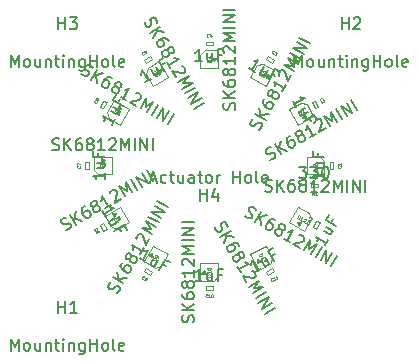
<source format=gbr>
%TF.GenerationSoftware,KiCad,Pcbnew,7.0.5.1-1-g8f565ef7f0-dirty-deb11*%
%TF.CreationDate,2023-06-03T11:29:32+00:00*%
%TF.ProjectId,pedalboard-led-ring,70656461-6c62-46f6-9172-642d6c65642d,1.0.0*%
%TF.SameCoordinates,Original*%
%TF.FileFunction,AssemblyDrawing,Top*%
%FSLAX46Y46*%
G04 Gerber Fmt 4.6, Leading zero omitted, Abs format (unit mm)*
G04 Created by KiCad (PCBNEW 7.0.5.1-1-g8f565ef7f0-dirty-deb11) date 2023-06-03 11:29:32*
%MOMM*%
%LPD*%
G01*
G04 APERTURE LIST*
%ADD10C,0.150000*%
%ADD11C,0.040000*%
%ADD12C,0.050000*%
%ADD13C,0.100000*%
G04 APERTURE END LIST*
D10*
%TO.C,C8*%
X71254460Y-64361918D02*
X70968745Y-63867046D01*
X71111602Y-64114482D02*
X71977628Y-63614482D01*
X71977628Y-63614482D02*
X71806291Y-63603432D01*
X71806291Y-63603432D02*
X71676193Y-63568572D01*
X71676193Y-63568572D02*
X71587335Y-63509903D01*
X72260381Y-64770892D02*
X71683031Y-65104225D01*
X72046096Y-64399738D02*
X71592463Y-64661643D01*
X71592463Y-64661643D02*
X71533794Y-64750501D01*
X71533794Y-64750501D02*
X71540174Y-64856789D01*
X71540174Y-64856789D02*
X71611602Y-64980507D01*
X71611602Y-64980507D02*
X71700461Y-65039176D01*
X71700461Y-65039176D02*
X71765510Y-65056606D01*
X72541425Y-65543389D02*
X72374759Y-65254713D01*
X71921126Y-65516618D02*
X72787152Y-65016618D01*
X72787152Y-65016618D02*
X73025247Y-65429011D01*
D11*
X70349167Y-65523798D02*
X70332905Y-65519441D01*
X70332905Y-65519441D02*
X70304738Y-65494464D01*
X70304738Y-65494464D02*
X70292834Y-65473844D01*
X70292834Y-65473844D02*
X70285286Y-65436962D01*
X70285286Y-65436962D02*
X70294001Y-65404438D01*
X70294001Y-65404438D02*
X70308668Y-65382223D01*
X70308668Y-65382223D02*
X70343955Y-65348104D01*
X70343955Y-65348104D02*
X70374885Y-65330247D01*
X70374885Y-65330247D02*
X70422076Y-65316747D01*
X70422076Y-65316747D02*
X70448649Y-65315152D01*
X70448649Y-65315152D02*
X70481173Y-65323867D01*
X70481173Y-65323867D02*
X70509340Y-65348844D01*
X70509340Y-65348844D02*
X70521245Y-65369464D01*
X70521245Y-65369464D02*
X70528792Y-65406346D01*
X70528792Y-65406346D02*
X70524435Y-65422608D01*
X70523694Y-65587992D02*
X70522099Y-65561420D01*
X70522099Y-65561420D02*
X70526457Y-65545158D01*
X70526457Y-65545158D02*
X70541124Y-65522944D01*
X70541124Y-65522944D02*
X70551434Y-65516991D01*
X70551434Y-65516991D02*
X70578006Y-65515396D01*
X70578006Y-65515396D02*
X70594268Y-65519754D01*
X70594268Y-65519754D02*
X70616483Y-65534421D01*
X70616483Y-65534421D02*
X70640292Y-65575660D01*
X70640292Y-65575660D02*
X70641887Y-65602232D01*
X70641887Y-65602232D02*
X70637530Y-65618494D01*
X70637530Y-65618494D02*
X70622863Y-65640709D01*
X70622863Y-65640709D02*
X70612553Y-65646661D01*
X70612553Y-65646661D02*
X70585981Y-65648256D01*
X70585981Y-65648256D02*
X70569718Y-65643899D01*
X70569718Y-65643899D02*
X70547504Y-65629232D01*
X70547504Y-65629232D02*
X70523694Y-65587992D01*
X70523694Y-65587992D02*
X70501480Y-65573325D01*
X70501480Y-65573325D02*
X70485218Y-65568968D01*
X70485218Y-65568968D02*
X70458646Y-65570563D01*
X70458646Y-65570563D02*
X70417406Y-65594372D01*
X70417406Y-65594372D02*
X70402739Y-65616587D01*
X70402739Y-65616587D02*
X70398381Y-65632849D01*
X70398381Y-65632849D02*
X70399976Y-65659421D01*
X70399976Y-65659421D02*
X70423786Y-65700660D01*
X70423786Y-65700660D02*
X70446001Y-65715328D01*
X70446001Y-65715328D02*
X70462263Y-65719685D01*
X70462263Y-65719685D02*
X70488835Y-65718090D01*
X70488835Y-65718090D02*
X70530074Y-65694281D01*
X70530074Y-65694281D02*
X70544741Y-65672066D01*
X70544741Y-65672066D02*
X70549099Y-65655804D01*
X70549099Y-65655804D02*
X70547504Y-65629232D01*
D10*
%TO.C,D11*%
X80500858Y-65181912D02*
X80531047Y-65329439D01*
X80531047Y-65329439D02*
X80650095Y-65535635D01*
X80650095Y-65535635D02*
X80738953Y-65594305D01*
X80738953Y-65594305D02*
X80804002Y-65611734D01*
X80804002Y-65611734D02*
X80910290Y-65605355D01*
X80910290Y-65605355D02*
X80992769Y-65557736D01*
X80992769Y-65557736D02*
X81051438Y-65468877D01*
X81051438Y-65468877D02*
X81068868Y-65403828D01*
X81068868Y-65403828D02*
X81062488Y-65297540D01*
X81062488Y-65297540D02*
X81008489Y-65108774D01*
X81008489Y-65108774D02*
X81002109Y-65002485D01*
X81002109Y-65002485D02*
X81019539Y-64937437D01*
X81019539Y-64937437D02*
X81078208Y-64848578D01*
X81078208Y-64848578D02*
X81160687Y-64800959D01*
X81160687Y-64800959D02*
X81266975Y-64794579D01*
X81266975Y-64794579D02*
X81332024Y-64812009D01*
X81332024Y-64812009D02*
X81420882Y-64870678D01*
X81420882Y-64870678D02*
X81539930Y-65076875D01*
X81539930Y-65076875D02*
X81570119Y-65224402D01*
X80959619Y-66071747D02*
X81825644Y-65571747D01*
X81245333Y-66566618D02*
X81525919Y-65909750D01*
X82111358Y-66066618D02*
X81330773Y-65857461D01*
X82539930Y-66808926D02*
X82444692Y-66643968D01*
X82444692Y-66643968D02*
X82355833Y-66585299D01*
X82355833Y-66585299D02*
X82290785Y-66567870D01*
X82290785Y-66567870D02*
X82119448Y-66556820D01*
X82119448Y-66556820D02*
X81930681Y-66610818D01*
X81930681Y-66610818D02*
X81600766Y-66801295D01*
X81600766Y-66801295D02*
X81542097Y-66890153D01*
X81542097Y-66890153D02*
X81524668Y-66955202D01*
X81524668Y-66955202D02*
X81531047Y-67061490D01*
X81531047Y-67061490D02*
X81626285Y-67226447D01*
X81626285Y-67226447D02*
X81715144Y-67285116D01*
X81715144Y-67285116D02*
X81780193Y-67302546D01*
X81780193Y-67302546D02*
X81886481Y-67296166D01*
X81886481Y-67296166D02*
X82092677Y-67177119D01*
X82092677Y-67177119D02*
X82151346Y-67088260D01*
X82151346Y-67088260D02*
X82168776Y-67023211D01*
X82168776Y-67023211D02*
X82162396Y-66916923D01*
X82162396Y-66916923D02*
X82067158Y-66751966D01*
X82067158Y-66751966D02*
X81978300Y-66693297D01*
X81978300Y-66693297D02*
X81913251Y-66675867D01*
X81913251Y-66675867D02*
X81806963Y-66682247D01*
X82502110Y-67600562D02*
X82495730Y-67494274D01*
X82495730Y-67494274D02*
X82513160Y-67429225D01*
X82513160Y-67429225D02*
X82571829Y-67340366D01*
X82571829Y-67340366D02*
X82613068Y-67316557D01*
X82613068Y-67316557D02*
X82719356Y-67310177D01*
X82719356Y-67310177D02*
X82784405Y-67327607D01*
X82784405Y-67327607D02*
X82873263Y-67386276D01*
X82873263Y-67386276D02*
X82968501Y-67551233D01*
X82968501Y-67551233D02*
X82974881Y-67657521D01*
X82974881Y-67657521D02*
X82957451Y-67722570D01*
X82957451Y-67722570D02*
X82898782Y-67811428D01*
X82898782Y-67811428D02*
X82857543Y-67835238D01*
X82857543Y-67835238D02*
X82751255Y-67841618D01*
X82751255Y-67841618D02*
X82686206Y-67824188D01*
X82686206Y-67824188D02*
X82597348Y-67765519D01*
X82597348Y-67765519D02*
X82502110Y-67600562D01*
X82502110Y-67600562D02*
X82413251Y-67541893D01*
X82413251Y-67541893D02*
X82348202Y-67524463D01*
X82348202Y-67524463D02*
X82241914Y-67530843D01*
X82241914Y-67530843D02*
X82076957Y-67626081D01*
X82076957Y-67626081D02*
X82018288Y-67714939D01*
X82018288Y-67714939D02*
X82000858Y-67779988D01*
X82000858Y-67779988D02*
X82007238Y-67886276D01*
X82007238Y-67886276D02*
X82102476Y-68051233D01*
X82102476Y-68051233D02*
X82191334Y-68109902D01*
X82191334Y-68109902D02*
X82256383Y-68127332D01*
X82256383Y-68127332D02*
X82362671Y-68120952D01*
X82362671Y-68120952D02*
X82527628Y-68025714D01*
X82527628Y-68025714D02*
X82586298Y-67936856D01*
X82586298Y-67936856D02*
X82603727Y-67871807D01*
X82603727Y-67871807D02*
X82597348Y-67765519D01*
X82673905Y-69040977D02*
X82388190Y-68546105D01*
X82531047Y-68793541D02*
X83397073Y-68293541D01*
X83397073Y-68293541D02*
X83225736Y-68282491D01*
X83225736Y-68282491D02*
X83095638Y-68247631D01*
X83095638Y-68247631D02*
X83006780Y-68188962D01*
X83647928Y-68918510D02*
X83712976Y-68935940D01*
X83712976Y-68935940D02*
X83801835Y-68994609D01*
X83801835Y-68994609D02*
X83920882Y-69200805D01*
X83920882Y-69200805D02*
X83927262Y-69307094D01*
X83927262Y-69307094D02*
X83909832Y-69372142D01*
X83909832Y-69372142D02*
X83851163Y-69461001D01*
X83851163Y-69461001D02*
X83768685Y-69508620D01*
X83768685Y-69508620D02*
X83621157Y-69538809D01*
X83621157Y-69538809D02*
X82840571Y-69329652D01*
X82840571Y-69329652D02*
X83150095Y-69865763D01*
X83364381Y-70236916D02*
X84230406Y-69736916D01*
X84230406Y-69736916D02*
X83778483Y-70382734D01*
X83778483Y-70382734D02*
X84563740Y-70314267D01*
X84563740Y-70314267D02*
X83697714Y-70814267D01*
X83935809Y-71226660D02*
X84801835Y-70726660D01*
X84173904Y-71639052D02*
X85039930Y-71139052D01*
X85039930Y-71139052D02*
X84459619Y-72133924D01*
X84459619Y-72133924D02*
X85325644Y-71633924D01*
X84697714Y-72546317D02*
X85563739Y-72046317D01*
D12*
X84212416Y-67568492D02*
X84472224Y-67418492D01*
X84472224Y-67418492D02*
X84507938Y-67480351D01*
X84507938Y-67480351D02*
X84516995Y-67524609D01*
X84516995Y-67524609D02*
X84506537Y-67563638D01*
X84506537Y-67563638D02*
X84488937Y-67590296D01*
X84488937Y-67590296D02*
X84446592Y-67631239D01*
X84446592Y-67631239D02*
X84409477Y-67652668D01*
X84409477Y-67652668D02*
X84352847Y-67668867D01*
X84352847Y-67668867D02*
X84320960Y-67670781D01*
X84320960Y-67670781D02*
X84281931Y-67660323D01*
X84281931Y-67660323D02*
X84248131Y-67630351D01*
X84248131Y-67630351D02*
X84212416Y-67568492D01*
X84440988Y-67964389D02*
X84355274Y-67815928D01*
X84398131Y-67890159D02*
X84657938Y-67740159D01*
X84657938Y-67740159D02*
X84606537Y-67736843D01*
X84606537Y-67736843D02*
X84567508Y-67726386D01*
X84567508Y-67726386D02*
X84540851Y-67708785D01*
X84583845Y-68211825D02*
X84498131Y-68063363D01*
X84540988Y-68137594D02*
X84800795Y-67987594D01*
X84800795Y-67987594D02*
X84749394Y-67984279D01*
X84749394Y-67984279D02*
X84710365Y-67973821D01*
X84710365Y-67973821D02*
X84683708Y-67956220D01*
D10*
%TO.C,D1*%
X84738096Y-62157200D02*
X84880953Y-62204819D01*
X84880953Y-62204819D02*
X85119048Y-62204819D01*
X85119048Y-62204819D02*
X85214286Y-62157200D01*
X85214286Y-62157200D02*
X85261905Y-62109580D01*
X85261905Y-62109580D02*
X85309524Y-62014342D01*
X85309524Y-62014342D02*
X85309524Y-61919104D01*
X85309524Y-61919104D02*
X85261905Y-61823866D01*
X85261905Y-61823866D02*
X85214286Y-61776247D01*
X85214286Y-61776247D02*
X85119048Y-61728628D01*
X85119048Y-61728628D02*
X84928572Y-61681009D01*
X84928572Y-61681009D02*
X84833334Y-61633390D01*
X84833334Y-61633390D02*
X84785715Y-61585771D01*
X84785715Y-61585771D02*
X84738096Y-61490533D01*
X84738096Y-61490533D02*
X84738096Y-61395295D01*
X84738096Y-61395295D02*
X84785715Y-61300057D01*
X84785715Y-61300057D02*
X84833334Y-61252438D01*
X84833334Y-61252438D02*
X84928572Y-61204819D01*
X84928572Y-61204819D02*
X85166667Y-61204819D01*
X85166667Y-61204819D02*
X85309524Y-61252438D01*
X85738096Y-62204819D02*
X85738096Y-61204819D01*
X86309524Y-62204819D02*
X85880953Y-61633390D01*
X86309524Y-61204819D02*
X85738096Y-61776247D01*
X87166667Y-61204819D02*
X86976191Y-61204819D01*
X86976191Y-61204819D02*
X86880953Y-61252438D01*
X86880953Y-61252438D02*
X86833334Y-61300057D01*
X86833334Y-61300057D02*
X86738096Y-61442914D01*
X86738096Y-61442914D02*
X86690477Y-61633390D01*
X86690477Y-61633390D02*
X86690477Y-62014342D01*
X86690477Y-62014342D02*
X86738096Y-62109580D01*
X86738096Y-62109580D02*
X86785715Y-62157200D01*
X86785715Y-62157200D02*
X86880953Y-62204819D01*
X86880953Y-62204819D02*
X87071429Y-62204819D01*
X87071429Y-62204819D02*
X87166667Y-62157200D01*
X87166667Y-62157200D02*
X87214286Y-62109580D01*
X87214286Y-62109580D02*
X87261905Y-62014342D01*
X87261905Y-62014342D02*
X87261905Y-61776247D01*
X87261905Y-61776247D02*
X87214286Y-61681009D01*
X87214286Y-61681009D02*
X87166667Y-61633390D01*
X87166667Y-61633390D02*
X87071429Y-61585771D01*
X87071429Y-61585771D02*
X86880953Y-61585771D01*
X86880953Y-61585771D02*
X86785715Y-61633390D01*
X86785715Y-61633390D02*
X86738096Y-61681009D01*
X86738096Y-61681009D02*
X86690477Y-61776247D01*
X87833334Y-61633390D02*
X87738096Y-61585771D01*
X87738096Y-61585771D02*
X87690477Y-61538152D01*
X87690477Y-61538152D02*
X87642858Y-61442914D01*
X87642858Y-61442914D02*
X87642858Y-61395295D01*
X87642858Y-61395295D02*
X87690477Y-61300057D01*
X87690477Y-61300057D02*
X87738096Y-61252438D01*
X87738096Y-61252438D02*
X87833334Y-61204819D01*
X87833334Y-61204819D02*
X88023810Y-61204819D01*
X88023810Y-61204819D02*
X88119048Y-61252438D01*
X88119048Y-61252438D02*
X88166667Y-61300057D01*
X88166667Y-61300057D02*
X88214286Y-61395295D01*
X88214286Y-61395295D02*
X88214286Y-61442914D01*
X88214286Y-61442914D02*
X88166667Y-61538152D01*
X88166667Y-61538152D02*
X88119048Y-61585771D01*
X88119048Y-61585771D02*
X88023810Y-61633390D01*
X88023810Y-61633390D02*
X87833334Y-61633390D01*
X87833334Y-61633390D02*
X87738096Y-61681009D01*
X87738096Y-61681009D02*
X87690477Y-61728628D01*
X87690477Y-61728628D02*
X87642858Y-61823866D01*
X87642858Y-61823866D02*
X87642858Y-62014342D01*
X87642858Y-62014342D02*
X87690477Y-62109580D01*
X87690477Y-62109580D02*
X87738096Y-62157200D01*
X87738096Y-62157200D02*
X87833334Y-62204819D01*
X87833334Y-62204819D02*
X88023810Y-62204819D01*
X88023810Y-62204819D02*
X88119048Y-62157200D01*
X88119048Y-62157200D02*
X88166667Y-62109580D01*
X88166667Y-62109580D02*
X88214286Y-62014342D01*
X88214286Y-62014342D02*
X88214286Y-61823866D01*
X88214286Y-61823866D02*
X88166667Y-61728628D01*
X88166667Y-61728628D02*
X88119048Y-61681009D01*
X88119048Y-61681009D02*
X88023810Y-61633390D01*
X89166667Y-62204819D02*
X88595239Y-62204819D01*
X88880953Y-62204819D02*
X88880953Y-61204819D01*
X88880953Y-61204819D02*
X88785715Y-61347676D01*
X88785715Y-61347676D02*
X88690477Y-61442914D01*
X88690477Y-61442914D02*
X88595239Y-61490533D01*
X89547620Y-61300057D02*
X89595239Y-61252438D01*
X89595239Y-61252438D02*
X89690477Y-61204819D01*
X89690477Y-61204819D02*
X89928572Y-61204819D01*
X89928572Y-61204819D02*
X90023810Y-61252438D01*
X90023810Y-61252438D02*
X90071429Y-61300057D01*
X90071429Y-61300057D02*
X90119048Y-61395295D01*
X90119048Y-61395295D02*
X90119048Y-61490533D01*
X90119048Y-61490533D02*
X90071429Y-61633390D01*
X90071429Y-61633390D02*
X89500001Y-62204819D01*
X89500001Y-62204819D02*
X90119048Y-62204819D01*
X90547620Y-62204819D02*
X90547620Y-61204819D01*
X90547620Y-61204819D02*
X90880953Y-61919104D01*
X90880953Y-61919104D02*
X91214286Y-61204819D01*
X91214286Y-61204819D02*
X91214286Y-62204819D01*
X91690477Y-62204819D02*
X91690477Y-61204819D01*
X92166667Y-62204819D02*
X92166667Y-61204819D01*
X92166667Y-61204819D02*
X92738095Y-62204819D01*
X92738095Y-62204819D02*
X92738095Y-61204819D01*
X93214286Y-62204819D02*
X93214286Y-61204819D01*
D12*
X88803571Y-60136185D02*
X88803571Y-59836185D01*
X88803571Y-59836185D02*
X88875000Y-59836185D01*
X88875000Y-59836185D02*
X88917857Y-59850471D01*
X88917857Y-59850471D02*
X88946428Y-59879042D01*
X88946428Y-59879042D02*
X88960714Y-59907614D01*
X88960714Y-59907614D02*
X88975000Y-59964757D01*
X88975000Y-59964757D02*
X88975000Y-60007614D01*
X88975000Y-60007614D02*
X88960714Y-60064757D01*
X88960714Y-60064757D02*
X88946428Y-60093328D01*
X88946428Y-60093328D02*
X88917857Y-60121900D01*
X88917857Y-60121900D02*
X88875000Y-60136185D01*
X88875000Y-60136185D02*
X88803571Y-60136185D01*
X89260714Y-60136185D02*
X89089285Y-60136185D01*
X89175000Y-60136185D02*
X89175000Y-59836185D01*
X89175000Y-59836185D02*
X89146428Y-59879042D01*
X89146428Y-59879042D02*
X89117857Y-59907614D01*
X89117857Y-59907614D02*
X89089285Y-59921900D01*
D10*
%TO.C,D4*%
X82157200Y-55261903D02*
X82204819Y-55119046D01*
X82204819Y-55119046D02*
X82204819Y-54880951D01*
X82204819Y-54880951D02*
X82157200Y-54785713D01*
X82157200Y-54785713D02*
X82109580Y-54738094D01*
X82109580Y-54738094D02*
X82014342Y-54690475D01*
X82014342Y-54690475D02*
X81919104Y-54690475D01*
X81919104Y-54690475D02*
X81823866Y-54738094D01*
X81823866Y-54738094D02*
X81776247Y-54785713D01*
X81776247Y-54785713D02*
X81728628Y-54880951D01*
X81728628Y-54880951D02*
X81681009Y-55071427D01*
X81681009Y-55071427D02*
X81633390Y-55166665D01*
X81633390Y-55166665D02*
X81585771Y-55214284D01*
X81585771Y-55214284D02*
X81490533Y-55261903D01*
X81490533Y-55261903D02*
X81395295Y-55261903D01*
X81395295Y-55261903D02*
X81300057Y-55214284D01*
X81300057Y-55214284D02*
X81252438Y-55166665D01*
X81252438Y-55166665D02*
X81204819Y-55071427D01*
X81204819Y-55071427D02*
X81204819Y-54833332D01*
X81204819Y-54833332D02*
X81252438Y-54690475D01*
X82204819Y-54261903D02*
X81204819Y-54261903D01*
X82204819Y-53690475D02*
X81633390Y-54119046D01*
X81204819Y-53690475D02*
X81776247Y-54261903D01*
X81204819Y-52833332D02*
X81204819Y-53023808D01*
X81204819Y-53023808D02*
X81252438Y-53119046D01*
X81252438Y-53119046D02*
X81300057Y-53166665D01*
X81300057Y-53166665D02*
X81442914Y-53261903D01*
X81442914Y-53261903D02*
X81633390Y-53309522D01*
X81633390Y-53309522D02*
X82014342Y-53309522D01*
X82014342Y-53309522D02*
X82109580Y-53261903D01*
X82109580Y-53261903D02*
X82157200Y-53214284D01*
X82157200Y-53214284D02*
X82204819Y-53119046D01*
X82204819Y-53119046D02*
X82204819Y-52928570D01*
X82204819Y-52928570D02*
X82157200Y-52833332D01*
X82157200Y-52833332D02*
X82109580Y-52785713D01*
X82109580Y-52785713D02*
X82014342Y-52738094D01*
X82014342Y-52738094D02*
X81776247Y-52738094D01*
X81776247Y-52738094D02*
X81681009Y-52785713D01*
X81681009Y-52785713D02*
X81633390Y-52833332D01*
X81633390Y-52833332D02*
X81585771Y-52928570D01*
X81585771Y-52928570D02*
X81585771Y-53119046D01*
X81585771Y-53119046D02*
X81633390Y-53214284D01*
X81633390Y-53214284D02*
X81681009Y-53261903D01*
X81681009Y-53261903D02*
X81776247Y-53309522D01*
X81633390Y-52166665D02*
X81585771Y-52261903D01*
X81585771Y-52261903D02*
X81538152Y-52309522D01*
X81538152Y-52309522D02*
X81442914Y-52357141D01*
X81442914Y-52357141D02*
X81395295Y-52357141D01*
X81395295Y-52357141D02*
X81300057Y-52309522D01*
X81300057Y-52309522D02*
X81252438Y-52261903D01*
X81252438Y-52261903D02*
X81204819Y-52166665D01*
X81204819Y-52166665D02*
X81204819Y-51976189D01*
X81204819Y-51976189D02*
X81252438Y-51880951D01*
X81252438Y-51880951D02*
X81300057Y-51833332D01*
X81300057Y-51833332D02*
X81395295Y-51785713D01*
X81395295Y-51785713D02*
X81442914Y-51785713D01*
X81442914Y-51785713D02*
X81538152Y-51833332D01*
X81538152Y-51833332D02*
X81585771Y-51880951D01*
X81585771Y-51880951D02*
X81633390Y-51976189D01*
X81633390Y-51976189D02*
X81633390Y-52166665D01*
X81633390Y-52166665D02*
X81681009Y-52261903D01*
X81681009Y-52261903D02*
X81728628Y-52309522D01*
X81728628Y-52309522D02*
X81823866Y-52357141D01*
X81823866Y-52357141D02*
X82014342Y-52357141D01*
X82014342Y-52357141D02*
X82109580Y-52309522D01*
X82109580Y-52309522D02*
X82157200Y-52261903D01*
X82157200Y-52261903D02*
X82204819Y-52166665D01*
X82204819Y-52166665D02*
X82204819Y-51976189D01*
X82204819Y-51976189D02*
X82157200Y-51880951D01*
X82157200Y-51880951D02*
X82109580Y-51833332D01*
X82109580Y-51833332D02*
X82014342Y-51785713D01*
X82014342Y-51785713D02*
X81823866Y-51785713D01*
X81823866Y-51785713D02*
X81728628Y-51833332D01*
X81728628Y-51833332D02*
X81681009Y-51880951D01*
X81681009Y-51880951D02*
X81633390Y-51976189D01*
X82204819Y-50833332D02*
X82204819Y-51404760D01*
X82204819Y-51119046D02*
X81204819Y-51119046D01*
X81204819Y-51119046D02*
X81347676Y-51214284D01*
X81347676Y-51214284D02*
X81442914Y-51309522D01*
X81442914Y-51309522D02*
X81490533Y-51404760D01*
X81300057Y-50452379D02*
X81252438Y-50404760D01*
X81252438Y-50404760D02*
X81204819Y-50309522D01*
X81204819Y-50309522D02*
X81204819Y-50071427D01*
X81204819Y-50071427D02*
X81252438Y-49976189D01*
X81252438Y-49976189D02*
X81300057Y-49928570D01*
X81300057Y-49928570D02*
X81395295Y-49880951D01*
X81395295Y-49880951D02*
X81490533Y-49880951D01*
X81490533Y-49880951D02*
X81633390Y-49928570D01*
X81633390Y-49928570D02*
X82204819Y-50499998D01*
X82204819Y-50499998D02*
X82204819Y-49880951D01*
X82204819Y-49452379D02*
X81204819Y-49452379D01*
X81204819Y-49452379D02*
X81919104Y-49119046D01*
X81919104Y-49119046D02*
X81204819Y-48785713D01*
X81204819Y-48785713D02*
X82204819Y-48785713D01*
X82204819Y-48309522D02*
X81204819Y-48309522D01*
X82204819Y-47833332D02*
X81204819Y-47833332D01*
X81204819Y-47833332D02*
X82204819Y-47261904D01*
X82204819Y-47261904D02*
X81204819Y-47261904D01*
X82204819Y-46785713D02*
X81204819Y-46785713D01*
D12*
X80136185Y-51196428D02*
X79836185Y-51196428D01*
X79836185Y-51196428D02*
X79836185Y-51124999D01*
X79836185Y-51124999D02*
X79850471Y-51082142D01*
X79850471Y-51082142D02*
X79879042Y-51053571D01*
X79879042Y-51053571D02*
X79907614Y-51039285D01*
X79907614Y-51039285D02*
X79964757Y-51024999D01*
X79964757Y-51024999D02*
X80007614Y-51024999D01*
X80007614Y-51024999D02*
X80064757Y-51039285D01*
X80064757Y-51039285D02*
X80093328Y-51053571D01*
X80093328Y-51053571D02*
X80121900Y-51082142D01*
X80121900Y-51082142D02*
X80136185Y-51124999D01*
X80136185Y-51124999D02*
X80136185Y-51196428D01*
X79936185Y-50767857D02*
X80136185Y-50767857D01*
X79821900Y-50839285D02*
X80036185Y-50910714D01*
X80036185Y-50910714D02*
X80036185Y-50724999D01*
D10*
%TO.C,D12*%
X83024712Y-64237237D02*
X83124620Y-64349905D01*
X83124620Y-64349905D02*
X83330816Y-64468953D01*
X83330816Y-64468953D02*
X83437105Y-64475332D01*
X83437105Y-64475332D02*
X83502153Y-64457903D01*
X83502153Y-64457903D02*
X83591012Y-64399234D01*
X83591012Y-64399234D02*
X83638631Y-64316755D01*
X83638631Y-64316755D02*
X83645011Y-64210467D01*
X83645011Y-64210467D02*
X83627581Y-64145418D01*
X83627581Y-64145418D02*
X83568912Y-64056560D01*
X83568912Y-64056560D02*
X83427764Y-63920082D01*
X83427764Y-63920082D02*
X83369095Y-63831224D01*
X83369095Y-63831224D02*
X83351665Y-63766175D01*
X83351665Y-63766175D02*
X83358045Y-63659887D01*
X83358045Y-63659887D02*
X83405664Y-63577408D01*
X83405664Y-63577408D02*
X83494522Y-63518739D01*
X83494522Y-63518739D02*
X83559571Y-63501309D01*
X83559571Y-63501309D02*
X83665859Y-63507689D01*
X83665859Y-63507689D02*
X83872056Y-63626737D01*
X83872056Y-63626737D02*
X83971964Y-63739405D01*
X83866927Y-64778476D02*
X84366927Y-63912451D01*
X84361799Y-65064191D02*
X84276360Y-64355033D01*
X84861799Y-64198165D02*
X84081213Y-64407323D01*
X85604107Y-64626737D02*
X85439149Y-64531499D01*
X85439149Y-64531499D02*
X85332861Y-64525119D01*
X85332861Y-64525119D02*
X85267812Y-64542549D01*
X85267812Y-64542549D02*
X85113905Y-64618648D01*
X85113905Y-64618648D02*
X84977428Y-64759795D01*
X84977428Y-64759795D02*
X84786952Y-65089710D01*
X84786952Y-65089710D02*
X84780572Y-65195998D01*
X84780572Y-65195998D02*
X84798002Y-65261047D01*
X84798002Y-65261047D02*
X84856671Y-65349905D01*
X84856671Y-65349905D02*
X85021628Y-65445143D01*
X85021628Y-65445143D02*
X85127916Y-65451523D01*
X85127916Y-65451523D02*
X85192965Y-65434093D01*
X85192965Y-65434093D02*
X85281823Y-65375424D01*
X85281823Y-65375424D02*
X85400871Y-65169227D01*
X85400871Y-65169227D02*
X85407251Y-65062939D01*
X85407251Y-65062939D02*
X85389821Y-64997891D01*
X85389821Y-64997891D02*
X85331152Y-64909032D01*
X85331152Y-64909032D02*
X85166195Y-64813794D01*
X85166195Y-64813794D02*
X85059906Y-64807414D01*
X85059906Y-64807414D02*
X84994858Y-64824844D01*
X84994858Y-64824844D02*
X84905999Y-64883513D01*
X85967171Y-65331224D02*
X85908502Y-65242366D01*
X85908502Y-65242366D02*
X85891072Y-65177317D01*
X85891072Y-65177317D02*
X85897452Y-65071029D01*
X85897452Y-65071029D02*
X85921262Y-65029789D01*
X85921262Y-65029789D02*
X86010120Y-64971120D01*
X86010120Y-64971120D02*
X86075169Y-64953690D01*
X86075169Y-64953690D02*
X86181457Y-64960070D01*
X86181457Y-64960070D02*
X86346414Y-65055308D01*
X86346414Y-65055308D02*
X86405083Y-65144167D01*
X86405083Y-65144167D02*
X86422513Y-65209215D01*
X86422513Y-65209215D02*
X86416133Y-65315504D01*
X86416133Y-65315504D02*
X86392324Y-65356743D01*
X86392324Y-65356743D02*
X86303465Y-65415412D01*
X86303465Y-65415412D02*
X86238417Y-65432842D01*
X86238417Y-65432842D02*
X86132128Y-65426462D01*
X86132128Y-65426462D02*
X85967171Y-65331224D01*
X85967171Y-65331224D02*
X85860883Y-65324844D01*
X85860883Y-65324844D02*
X85795834Y-65342274D01*
X85795834Y-65342274D02*
X85706976Y-65400943D01*
X85706976Y-65400943D02*
X85611738Y-65565900D01*
X85611738Y-65565900D02*
X85605358Y-65672188D01*
X85605358Y-65672188D02*
X85622788Y-65737237D01*
X85622788Y-65737237D02*
X85681457Y-65826096D01*
X85681457Y-65826096D02*
X85846414Y-65921334D01*
X85846414Y-65921334D02*
X85952702Y-65927713D01*
X85952702Y-65927713D02*
X86017751Y-65910284D01*
X86017751Y-65910284D02*
X86106609Y-65851615D01*
X86106609Y-65851615D02*
X86201848Y-65686657D01*
X86201848Y-65686657D02*
X86208227Y-65580369D01*
X86208227Y-65580369D02*
X86190798Y-65515320D01*
X86190798Y-65515320D02*
X86132128Y-65426462D01*
X86836157Y-66492762D02*
X86341286Y-66207048D01*
X86588722Y-66349905D02*
X87088722Y-65483880D01*
X87088722Y-65483880D02*
X86934814Y-65559979D01*
X86934814Y-65559979D02*
X86804717Y-65594838D01*
X86804717Y-65594838D02*
X86698429Y-65588458D01*
X87618453Y-65899692D02*
X87683502Y-65882262D01*
X87683502Y-65882262D02*
X87789790Y-65888642D01*
X87789790Y-65888642D02*
X87995986Y-66007689D01*
X87995986Y-66007689D02*
X88054655Y-66096548D01*
X88054655Y-66096548D02*
X88072085Y-66161596D01*
X88072085Y-66161596D02*
X88065706Y-66267885D01*
X88065706Y-66267885D02*
X88018086Y-66350363D01*
X88018086Y-66350363D02*
X87905419Y-66450272D01*
X87905419Y-66450272D02*
X87124833Y-66659429D01*
X87124833Y-66659429D02*
X87660944Y-66968953D01*
X88032097Y-67183238D02*
X88532097Y-66317213D01*
X88532097Y-66317213D02*
X88463630Y-67102469D01*
X88463630Y-67102469D02*
X89109448Y-66650546D01*
X89109448Y-66650546D02*
X88609448Y-67516572D01*
X89021841Y-67754667D02*
X89521841Y-66888642D01*
X89434233Y-67992762D02*
X89934233Y-67126737D01*
X89934233Y-67126737D02*
X89929105Y-68278476D01*
X89929105Y-68278476D02*
X90429105Y-67412451D01*
X90341498Y-68516571D02*
X90841498Y-67650546D01*
D12*
X87432306Y-64448297D02*
X87582306Y-64188489D01*
X87582306Y-64188489D02*
X87644165Y-64224204D01*
X87644165Y-64224204D02*
X87674138Y-64258004D01*
X87674138Y-64258004D02*
X87684596Y-64297033D01*
X87684596Y-64297033D02*
X87682682Y-64328920D01*
X87682682Y-64328920D02*
X87666482Y-64385550D01*
X87666482Y-64385550D02*
X87645053Y-64422665D01*
X87645053Y-64422665D02*
X87604110Y-64465010D01*
X87604110Y-64465010D02*
X87577453Y-64482610D01*
X87577453Y-64482610D02*
X87538423Y-64493068D01*
X87538423Y-64493068D02*
X87494165Y-64484011D01*
X87494165Y-64484011D02*
X87432306Y-64448297D01*
X87828204Y-64676869D02*
X87679742Y-64591154D01*
X87753973Y-64634011D02*
X87903973Y-64374204D01*
X87903973Y-64374204D02*
X87857801Y-64397033D01*
X87857801Y-64397033D02*
X87818771Y-64407491D01*
X87818771Y-64407491D02*
X87786885Y-64405577D01*
X88062892Y-64498947D02*
X88082407Y-64493718D01*
X88082407Y-64493718D02*
X88114293Y-64495632D01*
X88114293Y-64495632D02*
X88176152Y-64531346D01*
X88176152Y-64531346D02*
X88193753Y-64558004D01*
X88193753Y-64558004D02*
X88198982Y-64577519D01*
X88198982Y-64577519D02*
X88197068Y-64609405D01*
X88197068Y-64609405D02*
X88182782Y-64634149D01*
X88182782Y-64634149D02*
X88148982Y-64664121D01*
X88148982Y-64664121D02*
X87914806Y-64726868D01*
X87914806Y-64726868D02*
X88075639Y-64819726D01*
D10*
%TO.C,D8*%
X67843454Y-65468053D02*
X67990981Y-65437864D01*
X67990981Y-65437864D02*
X68197177Y-65318816D01*
X68197177Y-65318816D02*
X68255847Y-65229958D01*
X68255847Y-65229958D02*
X68273276Y-65164909D01*
X68273276Y-65164909D02*
X68266897Y-65058621D01*
X68266897Y-65058621D02*
X68219278Y-64976142D01*
X68219278Y-64976142D02*
X68130419Y-64917473D01*
X68130419Y-64917473D02*
X68065370Y-64900043D01*
X68065370Y-64900043D02*
X67959082Y-64906423D01*
X67959082Y-64906423D02*
X67770316Y-64960422D01*
X67770316Y-64960422D02*
X67664027Y-64966802D01*
X67664027Y-64966802D02*
X67598979Y-64949372D01*
X67598979Y-64949372D02*
X67510120Y-64890703D01*
X67510120Y-64890703D02*
X67462501Y-64808224D01*
X67462501Y-64808224D02*
X67456121Y-64701936D01*
X67456121Y-64701936D02*
X67473551Y-64636887D01*
X67473551Y-64636887D02*
X67532220Y-64548029D01*
X67532220Y-64548029D02*
X67738417Y-64428981D01*
X67738417Y-64428981D02*
X67885944Y-64398792D01*
X68733289Y-65009292D02*
X68233289Y-64143267D01*
X69228160Y-64723578D02*
X68571292Y-64442992D01*
X68728160Y-63857553D02*
X68519003Y-64638138D01*
X69470468Y-63428981D02*
X69305510Y-63524219D01*
X69305510Y-63524219D02*
X69246841Y-63613078D01*
X69246841Y-63613078D02*
X69229412Y-63678126D01*
X69229412Y-63678126D02*
X69218362Y-63849463D01*
X69218362Y-63849463D02*
X69272360Y-64038230D01*
X69272360Y-64038230D02*
X69462837Y-64368145D01*
X69462837Y-64368145D02*
X69551695Y-64426814D01*
X69551695Y-64426814D02*
X69616744Y-64444243D01*
X69616744Y-64444243D02*
X69723032Y-64437864D01*
X69723032Y-64437864D02*
X69887989Y-64342626D01*
X69887989Y-64342626D02*
X69946658Y-64253767D01*
X69946658Y-64253767D02*
X69964088Y-64188718D01*
X69964088Y-64188718D02*
X69957708Y-64082430D01*
X69957708Y-64082430D02*
X69838661Y-63876234D01*
X69838661Y-63876234D02*
X69749802Y-63817565D01*
X69749802Y-63817565D02*
X69684753Y-63800135D01*
X69684753Y-63800135D02*
X69578465Y-63806515D01*
X69578465Y-63806515D02*
X69413508Y-63901753D01*
X69413508Y-63901753D02*
X69354839Y-63990611D01*
X69354839Y-63990611D02*
X69337409Y-64055660D01*
X69337409Y-64055660D02*
X69343789Y-64161948D01*
X70262104Y-63466801D02*
X70155816Y-63473181D01*
X70155816Y-63473181D02*
X70090767Y-63455751D01*
X70090767Y-63455751D02*
X70001908Y-63397082D01*
X70001908Y-63397082D02*
X69978099Y-63355843D01*
X69978099Y-63355843D02*
X69971719Y-63249555D01*
X69971719Y-63249555D02*
X69989149Y-63184506D01*
X69989149Y-63184506D02*
X70047818Y-63095648D01*
X70047818Y-63095648D02*
X70212775Y-63000410D01*
X70212775Y-63000410D02*
X70319063Y-62994030D01*
X70319063Y-62994030D02*
X70384112Y-63011460D01*
X70384112Y-63011460D02*
X70472970Y-63070129D01*
X70472970Y-63070129D02*
X70496780Y-63111368D01*
X70496780Y-63111368D02*
X70503160Y-63217656D01*
X70503160Y-63217656D02*
X70485730Y-63282705D01*
X70485730Y-63282705D02*
X70427061Y-63371563D01*
X70427061Y-63371563D02*
X70262104Y-63466801D01*
X70262104Y-63466801D02*
X70203435Y-63555660D01*
X70203435Y-63555660D02*
X70186005Y-63620709D01*
X70186005Y-63620709D02*
X70192385Y-63726997D01*
X70192385Y-63726997D02*
X70287623Y-63891954D01*
X70287623Y-63891954D02*
X70376481Y-63950623D01*
X70376481Y-63950623D02*
X70441530Y-63968053D01*
X70441530Y-63968053D02*
X70547818Y-63961673D01*
X70547818Y-63961673D02*
X70712775Y-63866435D01*
X70712775Y-63866435D02*
X70771444Y-63777577D01*
X70771444Y-63777577D02*
X70788874Y-63712528D01*
X70788874Y-63712528D02*
X70782494Y-63606240D01*
X70782494Y-63606240D02*
X70687256Y-63441283D01*
X70687256Y-63441283D02*
X70598398Y-63382613D01*
X70598398Y-63382613D02*
X70533349Y-63365184D01*
X70533349Y-63365184D02*
X70427061Y-63371563D01*
X71702519Y-63295006D02*
X71207647Y-63580721D01*
X71455083Y-63437864D02*
X70955083Y-62571838D01*
X70955083Y-62571838D02*
X70944033Y-62743175D01*
X70944033Y-62743175D02*
X70909173Y-62873273D01*
X70909173Y-62873273D02*
X70850504Y-62962131D01*
X71580052Y-62320983D02*
X71597482Y-62255935D01*
X71597482Y-62255935D02*
X71656151Y-62167076D01*
X71656151Y-62167076D02*
X71862347Y-62048029D01*
X71862347Y-62048029D02*
X71968636Y-62041649D01*
X71968636Y-62041649D02*
X72033684Y-62059079D01*
X72033684Y-62059079D02*
X72122543Y-62117748D01*
X72122543Y-62117748D02*
X72170162Y-62200226D01*
X72170162Y-62200226D02*
X72200351Y-62347754D01*
X72200351Y-62347754D02*
X71991194Y-63128340D01*
X71991194Y-63128340D02*
X72527305Y-62818816D01*
X72898458Y-62604530D02*
X72398458Y-61738505D01*
X72398458Y-61738505D02*
X73044276Y-62190428D01*
X73044276Y-62190428D02*
X72975809Y-61405171D01*
X72975809Y-61405171D02*
X73475809Y-62271197D01*
X73888202Y-62033102D02*
X73388202Y-61167076D01*
X74300594Y-61795007D02*
X73800594Y-60928981D01*
X73800594Y-60928981D02*
X74795466Y-61509292D01*
X74795466Y-61509292D02*
X74295466Y-60643267D01*
X75207859Y-61271197D02*
X74707859Y-60405172D01*
D12*
X72060450Y-64741154D02*
X71910450Y-64481346D01*
X71910450Y-64481346D02*
X71972309Y-64445632D01*
X71972309Y-64445632D02*
X72016567Y-64436575D01*
X72016567Y-64436575D02*
X72055596Y-64447033D01*
X72055596Y-64447033D02*
X72082254Y-64464634D01*
X72082254Y-64464634D02*
X72123197Y-64506978D01*
X72123197Y-64506978D02*
X72144625Y-64544094D01*
X72144625Y-64544094D02*
X72160825Y-64600724D01*
X72160825Y-64600724D02*
X72162739Y-64632610D01*
X72162739Y-64632610D02*
X72152281Y-64671639D01*
X72152281Y-64671639D02*
X72122309Y-64705440D01*
X72122309Y-64705440D02*
X72060450Y-64741154D01*
X72271658Y-64421264D02*
X72239772Y-64423178D01*
X72239772Y-64423178D02*
X72220257Y-64417949D01*
X72220257Y-64417949D02*
X72193600Y-64400348D01*
X72193600Y-64400348D02*
X72186457Y-64387976D01*
X72186457Y-64387976D02*
X72184543Y-64356090D01*
X72184543Y-64356090D02*
X72189772Y-64336575D01*
X72189772Y-64336575D02*
X72207373Y-64309918D01*
X72207373Y-64309918D02*
X72256860Y-64281346D01*
X72256860Y-64281346D02*
X72288746Y-64279432D01*
X72288746Y-64279432D02*
X72308261Y-64284661D01*
X72308261Y-64284661D02*
X72334918Y-64302262D01*
X72334918Y-64302262D02*
X72342061Y-64314634D01*
X72342061Y-64314634D02*
X72343975Y-64346520D01*
X72343975Y-64346520D02*
X72338746Y-64366035D01*
X72338746Y-64366035D02*
X72321146Y-64392693D01*
X72321146Y-64392693D02*
X72271658Y-64421264D01*
X72271658Y-64421264D02*
X72254058Y-64447921D01*
X72254058Y-64447921D02*
X72248829Y-64467436D01*
X72248829Y-64467436D02*
X72250743Y-64499323D01*
X72250743Y-64499323D02*
X72279314Y-64548810D01*
X72279314Y-64548810D02*
X72305972Y-64566410D01*
X72305972Y-64566410D02*
X72325486Y-64571639D01*
X72325486Y-64571639D02*
X72357373Y-64569725D01*
X72357373Y-64569725D02*
X72406860Y-64541154D01*
X72406860Y-64541154D02*
X72424461Y-64514496D01*
X72424461Y-64514496D02*
X72429690Y-64494982D01*
X72429690Y-64494982D02*
X72427776Y-64463095D01*
X72427776Y-64463095D02*
X72399204Y-64413608D01*
X72399204Y-64413608D02*
X72372547Y-64396008D01*
X72372547Y-64396008D02*
X72353032Y-64390779D01*
X72353032Y-64390779D02*
X72321146Y-64392693D01*
D10*
%TO.C,H3*%
X63214285Y-51654819D02*
X63214285Y-50654819D01*
X63214285Y-50654819D02*
X63547618Y-51369104D01*
X63547618Y-51369104D02*
X63880951Y-50654819D01*
X63880951Y-50654819D02*
X63880951Y-51654819D01*
X64499999Y-51654819D02*
X64404761Y-51607200D01*
X64404761Y-51607200D02*
X64357142Y-51559580D01*
X64357142Y-51559580D02*
X64309523Y-51464342D01*
X64309523Y-51464342D02*
X64309523Y-51178628D01*
X64309523Y-51178628D02*
X64357142Y-51083390D01*
X64357142Y-51083390D02*
X64404761Y-51035771D01*
X64404761Y-51035771D02*
X64499999Y-50988152D01*
X64499999Y-50988152D02*
X64642856Y-50988152D01*
X64642856Y-50988152D02*
X64738094Y-51035771D01*
X64738094Y-51035771D02*
X64785713Y-51083390D01*
X64785713Y-51083390D02*
X64833332Y-51178628D01*
X64833332Y-51178628D02*
X64833332Y-51464342D01*
X64833332Y-51464342D02*
X64785713Y-51559580D01*
X64785713Y-51559580D02*
X64738094Y-51607200D01*
X64738094Y-51607200D02*
X64642856Y-51654819D01*
X64642856Y-51654819D02*
X64499999Y-51654819D01*
X65690475Y-50988152D02*
X65690475Y-51654819D01*
X65261904Y-50988152D02*
X65261904Y-51511961D01*
X65261904Y-51511961D02*
X65309523Y-51607200D01*
X65309523Y-51607200D02*
X65404761Y-51654819D01*
X65404761Y-51654819D02*
X65547618Y-51654819D01*
X65547618Y-51654819D02*
X65642856Y-51607200D01*
X65642856Y-51607200D02*
X65690475Y-51559580D01*
X66166666Y-50988152D02*
X66166666Y-51654819D01*
X66166666Y-51083390D02*
X66214285Y-51035771D01*
X66214285Y-51035771D02*
X66309523Y-50988152D01*
X66309523Y-50988152D02*
X66452380Y-50988152D01*
X66452380Y-50988152D02*
X66547618Y-51035771D01*
X66547618Y-51035771D02*
X66595237Y-51131009D01*
X66595237Y-51131009D02*
X66595237Y-51654819D01*
X66928571Y-50988152D02*
X67309523Y-50988152D01*
X67071428Y-50654819D02*
X67071428Y-51511961D01*
X67071428Y-51511961D02*
X67119047Y-51607200D01*
X67119047Y-51607200D02*
X67214285Y-51654819D01*
X67214285Y-51654819D02*
X67309523Y-51654819D01*
X67642857Y-51654819D02*
X67642857Y-50988152D01*
X67642857Y-50654819D02*
X67595238Y-50702438D01*
X67595238Y-50702438D02*
X67642857Y-50750057D01*
X67642857Y-50750057D02*
X67690476Y-50702438D01*
X67690476Y-50702438D02*
X67642857Y-50654819D01*
X67642857Y-50654819D02*
X67642857Y-50750057D01*
X68119047Y-50988152D02*
X68119047Y-51654819D01*
X68119047Y-51083390D02*
X68166666Y-51035771D01*
X68166666Y-51035771D02*
X68261904Y-50988152D01*
X68261904Y-50988152D02*
X68404761Y-50988152D01*
X68404761Y-50988152D02*
X68499999Y-51035771D01*
X68499999Y-51035771D02*
X68547618Y-51131009D01*
X68547618Y-51131009D02*
X68547618Y-51654819D01*
X69452380Y-50988152D02*
X69452380Y-51797676D01*
X69452380Y-51797676D02*
X69404761Y-51892914D01*
X69404761Y-51892914D02*
X69357142Y-51940533D01*
X69357142Y-51940533D02*
X69261904Y-51988152D01*
X69261904Y-51988152D02*
X69119047Y-51988152D01*
X69119047Y-51988152D02*
X69023809Y-51940533D01*
X69452380Y-51607200D02*
X69357142Y-51654819D01*
X69357142Y-51654819D02*
X69166666Y-51654819D01*
X69166666Y-51654819D02*
X69071428Y-51607200D01*
X69071428Y-51607200D02*
X69023809Y-51559580D01*
X69023809Y-51559580D02*
X68976190Y-51464342D01*
X68976190Y-51464342D02*
X68976190Y-51178628D01*
X68976190Y-51178628D02*
X69023809Y-51083390D01*
X69023809Y-51083390D02*
X69071428Y-51035771D01*
X69071428Y-51035771D02*
X69166666Y-50988152D01*
X69166666Y-50988152D02*
X69357142Y-50988152D01*
X69357142Y-50988152D02*
X69452380Y-51035771D01*
X69928571Y-51654819D02*
X69928571Y-50654819D01*
X69928571Y-51131009D02*
X70499999Y-51131009D01*
X70499999Y-51654819D02*
X70499999Y-50654819D01*
X71119047Y-51654819D02*
X71023809Y-51607200D01*
X71023809Y-51607200D02*
X70976190Y-51559580D01*
X70976190Y-51559580D02*
X70928571Y-51464342D01*
X70928571Y-51464342D02*
X70928571Y-51178628D01*
X70928571Y-51178628D02*
X70976190Y-51083390D01*
X70976190Y-51083390D02*
X71023809Y-51035771D01*
X71023809Y-51035771D02*
X71119047Y-50988152D01*
X71119047Y-50988152D02*
X71261904Y-50988152D01*
X71261904Y-50988152D02*
X71357142Y-51035771D01*
X71357142Y-51035771D02*
X71404761Y-51083390D01*
X71404761Y-51083390D02*
X71452380Y-51178628D01*
X71452380Y-51178628D02*
X71452380Y-51464342D01*
X71452380Y-51464342D02*
X71404761Y-51559580D01*
X71404761Y-51559580D02*
X71357142Y-51607200D01*
X71357142Y-51607200D02*
X71261904Y-51654819D01*
X71261904Y-51654819D02*
X71119047Y-51654819D01*
X72023809Y-51654819D02*
X71928571Y-51607200D01*
X71928571Y-51607200D02*
X71880952Y-51511961D01*
X71880952Y-51511961D02*
X71880952Y-50654819D01*
X72785714Y-51607200D02*
X72690476Y-51654819D01*
X72690476Y-51654819D02*
X72500000Y-51654819D01*
X72500000Y-51654819D02*
X72404762Y-51607200D01*
X72404762Y-51607200D02*
X72357143Y-51511961D01*
X72357143Y-51511961D02*
X72357143Y-51131009D01*
X72357143Y-51131009D02*
X72404762Y-51035771D01*
X72404762Y-51035771D02*
X72500000Y-50988152D01*
X72500000Y-50988152D02*
X72690476Y-50988152D01*
X72690476Y-50988152D02*
X72785714Y-51035771D01*
X72785714Y-51035771D02*
X72833333Y-51131009D01*
X72833333Y-51131009D02*
X72833333Y-51226247D01*
X72833333Y-51226247D02*
X72357143Y-51321485D01*
X67238095Y-48454819D02*
X67238095Y-47454819D01*
X67238095Y-47931009D02*
X67809523Y-47931009D01*
X67809523Y-48454819D02*
X67809523Y-47454819D01*
X68190476Y-47454819D02*
X68809523Y-47454819D01*
X68809523Y-47454819D02*
X68476190Y-47835771D01*
X68476190Y-47835771D02*
X68619047Y-47835771D01*
X68619047Y-47835771D02*
X68714285Y-47883390D01*
X68714285Y-47883390D02*
X68761904Y-47931009D01*
X68761904Y-47931009D02*
X68809523Y-48026247D01*
X68809523Y-48026247D02*
X68809523Y-48264342D01*
X68809523Y-48264342D02*
X68761904Y-48359580D01*
X68761904Y-48359580D02*
X68714285Y-48407200D01*
X68714285Y-48407200D02*
X68619047Y-48454819D01*
X68619047Y-48454819D02*
X68333333Y-48454819D01*
X68333333Y-48454819D02*
X68238095Y-48407200D01*
X68238095Y-48407200D02*
X68190476Y-48359580D01*
%TO.C,D10*%
X78657200Y-73261903D02*
X78704819Y-73119046D01*
X78704819Y-73119046D02*
X78704819Y-72880951D01*
X78704819Y-72880951D02*
X78657200Y-72785713D01*
X78657200Y-72785713D02*
X78609580Y-72738094D01*
X78609580Y-72738094D02*
X78514342Y-72690475D01*
X78514342Y-72690475D02*
X78419104Y-72690475D01*
X78419104Y-72690475D02*
X78323866Y-72738094D01*
X78323866Y-72738094D02*
X78276247Y-72785713D01*
X78276247Y-72785713D02*
X78228628Y-72880951D01*
X78228628Y-72880951D02*
X78181009Y-73071427D01*
X78181009Y-73071427D02*
X78133390Y-73166665D01*
X78133390Y-73166665D02*
X78085771Y-73214284D01*
X78085771Y-73214284D02*
X77990533Y-73261903D01*
X77990533Y-73261903D02*
X77895295Y-73261903D01*
X77895295Y-73261903D02*
X77800057Y-73214284D01*
X77800057Y-73214284D02*
X77752438Y-73166665D01*
X77752438Y-73166665D02*
X77704819Y-73071427D01*
X77704819Y-73071427D02*
X77704819Y-72833332D01*
X77704819Y-72833332D02*
X77752438Y-72690475D01*
X78704819Y-72261903D02*
X77704819Y-72261903D01*
X78704819Y-71690475D02*
X78133390Y-72119046D01*
X77704819Y-71690475D02*
X78276247Y-72261903D01*
X77704819Y-70833332D02*
X77704819Y-71023808D01*
X77704819Y-71023808D02*
X77752438Y-71119046D01*
X77752438Y-71119046D02*
X77800057Y-71166665D01*
X77800057Y-71166665D02*
X77942914Y-71261903D01*
X77942914Y-71261903D02*
X78133390Y-71309522D01*
X78133390Y-71309522D02*
X78514342Y-71309522D01*
X78514342Y-71309522D02*
X78609580Y-71261903D01*
X78609580Y-71261903D02*
X78657200Y-71214284D01*
X78657200Y-71214284D02*
X78704819Y-71119046D01*
X78704819Y-71119046D02*
X78704819Y-70928570D01*
X78704819Y-70928570D02*
X78657200Y-70833332D01*
X78657200Y-70833332D02*
X78609580Y-70785713D01*
X78609580Y-70785713D02*
X78514342Y-70738094D01*
X78514342Y-70738094D02*
X78276247Y-70738094D01*
X78276247Y-70738094D02*
X78181009Y-70785713D01*
X78181009Y-70785713D02*
X78133390Y-70833332D01*
X78133390Y-70833332D02*
X78085771Y-70928570D01*
X78085771Y-70928570D02*
X78085771Y-71119046D01*
X78085771Y-71119046D02*
X78133390Y-71214284D01*
X78133390Y-71214284D02*
X78181009Y-71261903D01*
X78181009Y-71261903D02*
X78276247Y-71309522D01*
X78133390Y-70166665D02*
X78085771Y-70261903D01*
X78085771Y-70261903D02*
X78038152Y-70309522D01*
X78038152Y-70309522D02*
X77942914Y-70357141D01*
X77942914Y-70357141D02*
X77895295Y-70357141D01*
X77895295Y-70357141D02*
X77800057Y-70309522D01*
X77800057Y-70309522D02*
X77752438Y-70261903D01*
X77752438Y-70261903D02*
X77704819Y-70166665D01*
X77704819Y-70166665D02*
X77704819Y-69976189D01*
X77704819Y-69976189D02*
X77752438Y-69880951D01*
X77752438Y-69880951D02*
X77800057Y-69833332D01*
X77800057Y-69833332D02*
X77895295Y-69785713D01*
X77895295Y-69785713D02*
X77942914Y-69785713D01*
X77942914Y-69785713D02*
X78038152Y-69833332D01*
X78038152Y-69833332D02*
X78085771Y-69880951D01*
X78085771Y-69880951D02*
X78133390Y-69976189D01*
X78133390Y-69976189D02*
X78133390Y-70166665D01*
X78133390Y-70166665D02*
X78181009Y-70261903D01*
X78181009Y-70261903D02*
X78228628Y-70309522D01*
X78228628Y-70309522D02*
X78323866Y-70357141D01*
X78323866Y-70357141D02*
X78514342Y-70357141D01*
X78514342Y-70357141D02*
X78609580Y-70309522D01*
X78609580Y-70309522D02*
X78657200Y-70261903D01*
X78657200Y-70261903D02*
X78704819Y-70166665D01*
X78704819Y-70166665D02*
X78704819Y-69976189D01*
X78704819Y-69976189D02*
X78657200Y-69880951D01*
X78657200Y-69880951D02*
X78609580Y-69833332D01*
X78609580Y-69833332D02*
X78514342Y-69785713D01*
X78514342Y-69785713D02*
X78323866Y-69785713D01*
X78323866Y-69785713D02*
X78228628Y-69833332D01*
X78228628Y-69833332D02*
X78181009Y-69880951D01*
X78181009Y-69880951D02*
X78133390Y-69976189D01*
X78704819Y-68833332D02*
X78704819Y-69404760D01*
X78704819Y-69119046D02*
X77704819Y-69119046D01*
X77704819Y-69119046D02*
X77847676Y-69214284D01*
X77847676Y-69214284D02*
X77942914Y-69309522D01*
X77942914Y-69309522D02*
X77990533Y-69404760D01*
X77800057Y-68452379D02*
X77752438Y-68404760D01*
X77752438Y-68404760D02*
X77704819Y-68309522D01*
X77704819Y-68309522D02*
X77704819Y-68071427D01*
X77704819Y-68071427D02*
X77752438Y-67976189D01*
X77752438Y-67976189D02*
X77800057Y-67928570D01*
X77800057Y-67928570D02*
X77895295Y-67880951D01*
X77895295Y-67880951D02*
X77990533Y-67880951D01*
X77990533Y-67880951D02*
X78133390Y-67928570D01*
X78133390Y-67928570D02*
X78704819Y-68499998D01*
X78704819Y-68499998D02*
X78704819Y-67880951D01*
X78704819Y-67452379D02*
X77704819Y-67452379D01*
X77704819Y-67452379D02*
X78419104Y-67119046D01*
X78419104Y-67119046D02*
X77704819Y-66785713D01*
X77704819Y-66785713D02*
X78704819Y-66785713D01*
X78704819Y-66309522D02*
X77704819Y-66309522D01*
X78704819Y-65833332D02*
X77704819Y-65833332D01*
X77704819Y-65833332D02*
X78704819Y-65261904D01*
X78704819Y-65261904D02*
X77704819Y-65261904D01*
X78704819Y-64785713D02*
X77704819Y-64785713D01*
D12*
X80136185Y-69389285D02*
X79836185Y-69389285D01*
X79836185Y-69389285D02*
X79836185Y-69317856D01*
X79836185Y-69317856D02*
X79850471Y-69274999D01*
X79850471Y-69274999D02*
X79879042Y-69246428D01*
X79879042Y-69246428D02*
X79907614Y-69232142D01*
X79907614Y-69232142D02*
X79964757Y-69217856D01*
X79964757Y-69217856D02*
X80007614Y-69217856D01*
X80007614Y-69217856D02*
X80064757Y-69232142D01*
X80064757Y-69232142D02*
X80093328Y-69246428D01*
X80093328Y-69246428D02*
X80121900Y-69274999D01*
X80121900Y-69274999D02*
X80136185Y-69317856D01*
X80136185Y-69317856D02*
X80136185Y-69389285D01*
X80136185Y-68932142D02*
X80136185Y-69103571D01*
X80136185Y-69017856D02*
X79836185Y-69017856D01*
X79836185Y-69017856D02*
X79879042Y-69046428D01*
X79879042Y-69046428D02*
X79907614Y-69074999D01*
X79907614Y-69074999D02*
X79921900Y-69103571D01*
X79836185Y-68746428D02*
X79836185Y-68717857D01*
X79836185Y-68717857D02*
X79850471Y-68689285D01*
X79850471Y-68689285D02*
X79864757Y-68675000D01*
X79864757Y-68675000D02*
X79893328Y-68660714D01*
X79893328Y-68660714D02*
X79950471Y-68646428D01*
X79950471Y-68646428D02*
X80021900Y-68646428D01*
X80021900Y-68646428D02*
X80079042Y-68660714D01*
X80079042Y-68660714D02*
X80107614Y-68675000D01*
X80107614Y-68675000D02*
X80121900Y-68689285D01*
X80121900Y-68689285D02*
X80136185Y-68717857D01*
X80136185Y-68717857D02*
X80136185Y-68746428D01*
X80136185Y-68746428D02*
X80121900Y-68775000D01*
X80121900Y-68775000D02*
X80107614Y-68789285D01*
X80107614Y-68789285D02*
X80079042Y-68803571D01*
X80079042Y-68803571D02*
X80021900Y-68817857D01*
X80021900Y-68817857D02*
X79950471Y-68817857D01*
X79950471Y-68817857D02*
X79893328Y-68803571D01*
X79893328Y-68803571D02*
X79864757Y-68789285D01*
X79864757Y-68789285D02*
X79850471Y-68775000D01*
X79850471Y-68775000D02*
X79836185Y-68746428D01*
D10*
%TO.C,C11*%
X84361918Y-68745539D02*
X83867046Y-69031254D01*
X84114482Y-68888397D02*
X83614482Y-68022371D01*
X83614482Y-68022371D02*
X83603432Y-68193708D01*
X83603432Y-68193708D02*
X83568572Y-68323806D01*
X83568572Y-68323806D02*
X83509903Y-68412664D01*
X84770892Y-67739618D02*
X85104225Y-68316968D01*
X84399738Y-67953903D02*
X84661643Y-68407536D01*
X84661643Y-68407536D02*
X84750501Y-68466205D01*
X84750501Y-68466205D02*
X84856789Y-68459825D01*
X84856789Y-68459825D02*
X84980507Y-68388397D01*
X84980507Y-68388397D02*
X85039176Y-68299538D01*
X85039176Y-68299538D02*
X85056606Y-68234489D01*
X85543389Y-67458574D02*
X85254713Y-67625240D01*
X85516618Y-68078873D02*
X85016618Y-67212847D01*
X85016618Y-67212847D02*
X85429011Y-66974752D01*
D11*
X85420700Y-69710356D02*
X85416342Y-69726618D01*
X85416342Y-69726618D02*
X85391365Y-69754785D01*
X85391365Y-69754785D02*
X85370745Y-69766689D01*
X85370745Y-69766689D02*
X85333864Y-69774237D01*
X85333864Y-69774237D02*
X85301339Y-69765522D01*
X85301339Y-69765522D02*
X85279125Y-69750855D01*
X85279125Y-69750855D02*
X85245005Y-69715568D01*
X85245005Y-69715568D02*
X85227148Y-69684638D01*
X85227148Y-69684638D02*
X85213648Y-69637447D01*
X85213648Y-69637447D02*
X85212053Y-69610874D01*
X85212053Y-69610874D02*
X85220768Y-69578350D01*
X85220768Y-69578350D02*
X85245745Y-69550183D01*
X85245745Y-69550183D02*
X85266365Y-69538278D01*
X85266365Y-69538278D02*
X85303247Y-69530731D01*
X85303247Y-69530731D02*
X85319509Y-69535088D01*
X85638801Y-69611928D02*
X85515083Y-69683356D01*
X85576942Y-69647642D02*
X85451942Y-69431135D01*
X85451942Y-69431135D02*
X85449179Y-69473970D01*
X85449179Y-69473970D02*
X85440465Y-69506494D01*
X85440465Y-69506494D02*
X85425797Y-69528709D01*
X85844997Y-69492880D02*
X85721279Y-69564309D01*
X85783138Y-69528594D02*
X85658138Y-69312088D01*
X85658138Y-69312088D02*
X85655376Y-69354922D01*
X85655376Y-69354922D02*
X85646661Y-69387447D01*
X85646661Y-69387447D02*
X85631994Y-69409661D01*
D10*
%TO.C,D7*%
X66738096Y-58657200D02*
X66880953Y-58704819D01*
X66880953Y-58704819D02*
X67119048Y-58704819D01*
X67119048Y-58704819D02*
X67214286Y-58657200D01*
X67214286Y-58657200D02*
X67261905Y-58609580D01*
X67261905Y-58609580D02*
X67309524Y-58514342D01*
X67309524Y-58514342D02*
X67309524Y-58419104D01*
X67309524Y-58419104D02*
X67261905Y-58323866D01*
X67261905Y-58323866D02*
X67214286Y-58276247D01*
X67214286Y-58276247D02*
X67119048Y-58228628D01*
X67119048Y-58228628D02*
X66928572Y-58181009D01*
X66928572Y-58181009D02*
X66833334Y-58133390D01*
X66833334Y-58133390D02*
X66785715Y-58085771D01*
X66785715Y-58085771D02*
X66738096Y-57990533D01*
X66738096Y-57990533D02*
X66738096Y-57895295D01*
X66738096Y-57895295D02*
X66785715Y-57800057D01*
X66785715Y-57800057D02*
X66833334Y-57752438D01*
X66833334Y-57752438D02*
X66928572Y-57704819D01*
X66928572Y-57704819D02*
X67166667Y-57704819D01*
X67166667Y-57704819D02*
X67309524Y-57752438D01*
X67738096Y-58704819D02*
X67738096Y-57704819D01*
X68309524Y-58704819D02*
X67880953Y-58133390D01*
X68309524Y-57704819D02*
X67738096Y-58276247D01*
X69166667Y-57704819D02*
X68976191Y-57704819D01*
X68976191Y-57704819D02*
X68880953Y-57752438D01*
X68880953Y-57752438D02*
X68833334Y-57800057D01*
X68833334Y-57800057D02*
X68738096Y-57942914D01*
X68738096Y-57942914D02*
X68690477Y-58133390D01*
X68690477Y-58133390D02*
X68690477Y-58514342D01*
X68690477Y-58514342D02*
X68738096Y-58609580D01*
X68738096Y-58609580D02*
X68785715Y-58657200D01*
X68785715Y-58657200D02*
X68880953Y-58704819D01*
X68880953Y-58704819D02*
X69071429Y-58704819D01*
X69071429Y-58704819D02*
X69166667Y-58657200D01*
X69166667Y-58657200D02*
X69214286Y-58609580D01*
X69214286Y-58609580D02*
X69261905Y-58514342D01*
X69261905Y-58514342D02*
X69261905Y-58276247D01*
X69261905Y-58276247D02*
X69214286Y-58181009D01*
X69214286Y-58181009D02*
X69166667Y-58133390D01*
X69166667Y-58133390D02*
X69071429Y-58085771D01*
X69071429Y-58085771D02*
X68880953Y-58085771D01*
X68880953Y-58085771D02*
X68785715Y-58133390D01*
X68785715Y-58133390D02*
X68738096Y-58181009D01*
X68738096Y-58181009D02*
X68690477Y-58276247D01*
X69833334Y-58133390D02*
X69738096Y-58085771D01*
X69738096Y-58085771D02*
X69690477Y-58038152D01*
X69690477Y-58038152D02*
X69642858Y-57942914D01*
X69642858Y-57942914D02*
X69642858Y-57895295D01*
X69642858Y-57895295D02*
X69690477Y-57800057D01*
X69690477Y-57800057D02*
X69738096Y-57752438D01*
X69738096Y-57752438D02*
X69833334Y-57704819D01*
X69833334Y-57704819D02*
X70023810Y-57704819D01*
X70023810Y-57704819D02*
X70119048Y-57752438D01*
X70119048Y-57752438D02*
X70166667Y-57800057D01*
X70166667Y-57800057D02*
X70214286Y-57895295D01*
X70214286Y-57895295D02*
X70214286Y-57942914D01*
X70214286Y-57942914D02*
X70166667Y-58038152D01*
X70166667Y-58038152D02*
X70119048Y-58085771D01*
X70119048Y-58085771D02*
X70023810Y-58133390D01*
X70023810Y-58133390D02*
X69833334Y-58133390D01*
X69833334Y-58133390D02*
X69738096Y-58181009D01*
X69738096Y-58181009D02*
X69690477Y-58228628D01*
X69690477Y-58228628D02*
X69642858Y-58323866D01*
X69642858Y-58323866D02*
X69642858Y-58514342D01*
X69642858Y-58514342D02*
X69690477Y-58609580D01*
X69690477Y-58609580D02*
X69738096Y-58657200D01*
X69738096Y-58657200D02*
X69833334Y-58704819D01*
X69833334Y-58704819D02*
X70023810Y-58704819D01*
X70023810Y-58704819D02*
X70119048Y-58657200D01*
X70119048Y-58657200D02*
X70166667Y-58609580D01*
X70166667Y-58609580D02*
X70214286Y-58514342D01*
X70214286Y-58514342D02*
X70214286Y-58323866D01*
X70214286Y-58323866D02*
X70166667Y-58228628D01*
X70166667Y-58228628D02*
X70119048Y-58181009D01*
X70119048Y-58181009D02*
X70023810Y-58133390D01*
X71166667Y-58704819D02*
X70595239Y-58704819D01*
X70880953Y-58704819D02*
X70880953Y-57704819D01*
X70880953Y-57704819D02*
X70785715Y-57847676D01*
X70785715Y-57847676D02*
X70690477Y-57942914D01*
X70690477Y-57942914D02*
X70595239Y-57990533D01*
X71547620Y-57800057D02*
X71595239Y-57752438D01*
X71595239Y-57752438D02*
X71690477Y-57704819D01*
X71690477Y-57704819D02*
X71928572Y-57704819D01*
X71928572Y-57704819D02*
X72023810Y-57752438D01*
X72023810Y-57752438D02*
X72071429Y-57800057D01*
X72071429Y-57800057D02*
X72119048Y-57895295D01*
X72119048Y-57895295D02*
X72119048Y-57990533D01*
X72119048Y-57990533D02*
X72071429Y-58133390D01*
X72071429Y-58133390D02*
X71500001Y-58704819D01*
X71500001Y-58704819D02*
X72119048Y-58704819D01*
X72547620Y-58704819D02*
X72547620Y-57704819D01*
X72547620Y-57704819D02*
X72880953Y-58419104D01*
X72880953Y-58419104D02*
X73214286Y-57704819D01*
X73214286Y-57704819D02*
X73214286Y-58704819D01*
X73690477Y-58704819D02*
X73690477Y-57704819D01*
X74166667Y-58704819D02*
X74166667Y-57704819D01*
X74166667Y-57704819D02*
X74738095Y-58704819D01*
X74738095Y-58704819D02*
X74738095Y-57704819D01*
X75214286Y-58704819D02*
X75214286Y-57704819D01*
D12*
X70753571Y-60136185D02*
X70753571Y-59836185D01*
X70753571Y-59836185D02*
X70825000Y-59836185D01*
X70825000Y-59836185D02*
X70867857Y-59850471D01*
X70867857Y-59850471D02*
X70896428Y-59879042D01*
X70896428Y-59879042D02*
X70910714Y-59907614D01*
X70910714Y-59907614D02*
X70925000Y-59964757D01*
X70925000Y-59964757D02*
X70925000Y-60007614D01*
X70925000Y-60007614D02*
X70910714Y-60064757D01*
X70910714Y-60064757D02*
X70896428Y-60093328D01*
X70896428Y-60093328D02*
X70867857Y-60121900D01*
X70867857Y-60121900D02*
X70825000Y-60136185D01*
X70825000Y-60136185D02*
X70753571Y-60136185D01*
X71025000Y-59836185D02*
X71225000Y-59836185D01*
X71225000Y-59836185D02*
X71096428Y-60136185D01*
D10*
%TO.C,D6*%
X69186254Y-52206149D02*
X69286162Y-52318817D01*
X69286162Y-52318817D02*
X69492358Y-52437865D01*
X69492358Y-52437865D02*
X69598647Y-52444244D01*
X69598647Y-52444244D02*
X69663695Y-52426815D01*
X69663695Y-52426815D02*
X69752554Y-52368146D01*
X69752554Y-52368146D02*
X69800173Y-52285667D01*
X69800173Y-52285667D02*
X69806553Y-52179379D01*
X69806553Y-52179379D02*
X69789123Y-52114330D01*
X69789123Y-52114330D02*
X69730454Y-52025472D01*
X69730454Y-52025472D02*
X69589306Y-51888994D01*
X69589306Y-51888994D02*
X69530637Y-51800136D01*
X69530637Y-51800136D02*
X69513207Y-51735087D01*
X69513207Y-51735087D02*
X69519587Y-51628799D01*
X69519587Y-51628799D02*
X69567206Y-51546320D01*
X69567206Y-51546320D02*
X69656064Y-51487651D01*
X69656064Y-51487651D02*
X69721113Y-51470221D01*
X69721113Y-51470221D02*
X69827401Y-51476601D01*
X69827401Y-51476601D02*
X70033598Y-51595649D01*
X70033598Y-51595649D02*
X70133506Y-51708317D01*
X70028469Y-52747388D02*
X70528469Y-51881363D01*
X70523341Y-53033103D02*
X70437902Y-52323945D01*
X71023341Y-52167077D02*
X70242755Y-52376235D01*
X71765649Y-52595649D02*
X71600691Y-52500411D01*
X71600691Y-52500411D02*
X71494403Y-52494031D01*
X71494403Y-52494031D02*
X71429354Y-52511461D01*
X71429354Y-52511461D02*
X71275447Y-52587560D01*
X71275447Y-52587560D02*
X71138970Y-52728707D01*
X71138970Y-52728707D02*
X70948494Y-53058622D01*
X70948494Y-53058622D02*
X70942114Y-53164910D01*
X70942114Y-53164910D02*
X70959544Y-53229959D01*
X70959544Y-53229959D02*
X71018213Y-53318817D01*
X71018213Y-53318817D02*
X71183170Y-53414055D01*
X71183170Y-53414055D02*
X71289458Y-53420435D01*
X71289458Y-53420435D02*
X71354507Y-53403005D01*
X71354507Y-53403005D02*
X71443365Y-53344336D01*
X71443365Y-53344336D02*
X71562413Y-53138139D01*
X71562413Y-53138139D02*
X71568793Y-53031851D01*
X71568793Y-53031851D02*
X71551363Y-52966803D01*
X71551363Y-52966803D02*
X71492694Y-52877944D01*
X71492694Y-52877944D02*
X71327737Y-52782706D01*
X71327737Y-52782706D02*
X71221448Y-52776326D01*
X71221448Y-52776326D02*
X71156400Y-52793756D01*
X71156400Y-52793756D02*
X71067541Y-52852425D01*
X72128713Y-53300136D02*
X72070044Y-53211278D01*
X72070044Y-53211278D02*
X72052614Y-53146229D01*
X72052614Y-53146229D02*
X72058994Y-53039941D01*
X72058994Y-53039941D02*
X72082804Y-52998701D01*
X72082804Y-52998701D02*
X72171662Y-52940032D01*
X72171662Y-52940032D02*
X72236711Y-52922602D01*
X72236711Y-52922602D02*
X72342999Y-52928982D01*
X72342999Y-52928982D02*
X72507956Y-53024220D01*
X72507956Y-53024220D02*
X72566625Y-53113079D01*
X72566625Y-53113079D02*
X72584055Y-53178127D01*
X72584055Y-53178127D02*
X72577675Y-53284416D01*
X72577675Y-53284416D02*
X72553866Y-53325655D01*
X72553866Y-53325655D02*
X72465007Y-53384324D01*
X72465007Y-53384324D02*
X72399959Y-53401754D01*
X72399959Y-53401754D02*
X72293670Y-53395374D01*
X72293670Y-53395374D02*
X72128713Y-53300136D01*
X72128713Y-53300136D02*
X72022425Y-53293756D01*
X72022425Y-53293756D02*
X71957376Y-53311186D01*
X71957376Y-53311186D02*
X71868518Y-53369855D01*
X71868518Y-53369855D02*
X71773280Y-53534812D01*
X71773280Y-53534812D02*
X71766900Y-53641100D01*
X71766900Y-53641100D02*
X71784330Y-53706149D01*
X71784330Y-53706149D02*
X71842999Y-53795008D01*
X71842999Y-53795008D02*
X72007956Y-53890246D01*
X72007956Y-53890246D02*
X72114244Y-53896625D01*
X72114244Y-53896625D02*
X72179293Y-53879196D01*
X72179293Y-53879196D02*
X72268151Y-53820527D01*
X72268151Y-53820527D02*
X72363390Y-53655569D01*
X72363390Y-53655569D02*
X72369769Y-53549281D01*
X72369769Y-53549281D02*
X72352340Y-53484232D01*
X72352340Y-53484232D02*
X72293670Y-53395374D01*
X72997699Y-54461674D02*
X72502828Y-54175960D01*
X72750264Y-54318817D02*
X73250264Y-53452792D01*
X73250264Y-53452792D02*
X73096356Y-53528891D01*
X73096356Y-53528891D02*
X72966259Y-53563750D01*
X72966259Y-53563750D02*
X72859971Y-53557370D01*
X73779995Y-53868604D02*
X73845044Y-53851174D01*
X73845044Y-53851174D02*
X73951332Y-53857554D01*
X73951332Y-53857554D02*
X74157528Y-53976601D01*
X74157528Y-53976601D02*
X74216197Y-54065460D01*
X74216197Y-54065460D02*
X74233627Y-54130508D01*
X74233627Y-54130508D02*
X74227248Y-54236797D01*
X74227248Y-54236797D02*
X74179628Y-54319275D01*
X74179628Y-54319275D02*
X74066961Y-54419184D01*
X74066961Y-54419184D02*
X73286375Y-54628341D01*
X73286375Y-54628341D02*
X73822486Y-54937865D01*
X74193639Y-55152150D02*
X74693639Y-54286125D01*
X74693639Y-54286125D02*
X74625172Y-55071381D01*
X74625172Y-55071381D02*
X75270990Y-54619458D01*
X75270990Y-54619458D02*
X74770990Y-55485484D01*
X75183383Y-55723579D02*
X75683383Y-54857554D01*
X75595775Y-55961674D02*
X76095775Y-55095649D01*
X76095775Y-55095649D02*
X76090647Y-56247388D01*
X76090647Y-56247388D02*
X76590647Y-55381363D01*
X76503040Y-56485483D02*
X77003040Y-55619458D01*
D12*
X71924264Y-55494726D02*
X72074264Y-55234918D01*
X72074264Y-55234918D02*
X72136123Y-55270632D01*
X72136123Y-55270632D02*
X72166095Y-55304433D01*
X72166095Y-55304433D02*
X72176553Y-55343462D01*
X72176553Y-55343462D02*
X72174639Y-55375348D01*
X72174639Y-55375348D02*
X72158440Y-55431978D01*
X72158440Y-55431978D02*
X72137011Y-55469094D01*
X72137011Y-55469094D02*
X72096068Y-55511438D01*
X72096068Y-55511438D02*
X72069410Y-55529039D01*
X72069410Y-55529039D02*
X72030381Y-55539497D01*
X72030381Y-55539497D02*
X71986123Y-55530440D01*
X71986123Y-55530440D02*
X71924264Y-55494726D01*
X72445418Y-55449204D02*
X72395931Y-55420632D01*
X72395931Y-55420632D02*
X72364044Y-55418718D01*
X72364044Y-55418718D02*
X72344529Y-55423947D01*
X72344529Y-55423947D02*
X72298357Y-55446777D01*
X72298357Y-55446777D02*
X72257414Y-55489121D01*
X72257414Y-55489121D02*
X72200271Y-55588096D01*
X72200271Y-55588096D02*
X72198357Y-55619982D01*
X72198357Y-55619982D02*
X72203586Y-55639497D01*
X72203586Y-55639497D02*
X72221187Y-55666154D01*
X72221187Y-55666154D02*
X72270674Y-55694726D01*
X72270674Y-55694726D02*
X72302561Y-55696639D01*
X72302561Y-55696639D02*
X72322075Y-55691411D01*
X72322075Y-55691411D02*
X72348733Y-55673810D01*
X72348733Y-55673810D02*
X72384447Y-55611951D01*
X72384447Y-55611951D02*
X72386361Y-55580064D01*
X72386361Y-55580064D02*
X72381132Y-55560550D01*
X72381132Y-55560550D02*
X72363531Y-55533892D01*
X72363531Y-55533892D02*
X72314044Y-55505321D01*
X72314044Y-55505321D02*
X72282158Y-55503407D01*
X72282158Y-55503407D02*
X72262643Y-55508636D01*
X72262643Y-55508636D02*
X72235986Y-55526237D01*
D10*
%TO.C,C12*%
X90075592Y-66267900D02*
X89789878Y-66762772D01*
X89932735Y-66515336D02*
X89066710Y-66015336D01*
X89066710Y-66015336D02*
X89142809Y-66169243D01*
X89142809Y-66169243D02*
X89177668Y-66299341D01*
X89177668Y-66299341D02*
X89171288Y-66405629D01*
X89926813Y-65192260D02*
X90504164Y-65525593D01*
X89712528Y-65563413D02*
X90166160Y-65825318D01*
X90166160Y-65825318D02*
X90272448Y-65831698D01*
X90272448Y-65831698D02*
X90361307Y-65773029D01*
X90361307Y-65773029D02*
X90432735Y-65649311D01*
X90432735Y-65649311D02*
X90439115Y-65543023D01*
X90439115Y-65543023D02*
X90421685Y-65477974D01*
X90455293Y-64562620D02*
X90288627Y-64851295D01*
X90742259Y-65113200D02*
X89876234Y-64613200D01*
X89876234Y-64613200D02*
X90114329Y-64200807D01*
D11*
X88478484Y-64844065D02*
X88482842Y-64860327D01*
X88482842Y-64860327D02*
X88475295Y-64897209D01*
X88475295Y-64897209D02*
X88463390Y-64917828D01*
X88463390Y-64917828D02*
X88435223Y-64942805D01*
X88435223Y-64942805D02*
X88402698Y-64951520D01*
X88402698Y-64951520D02*
X88376126Y-64949925D01*
X88376126Y-64949925D02*
X88328935Y-64936426D01*
X88328935Y-64936426D02*
X88298005Y-64918568D01*
X88298005Y-64918568D02*
X88262718Y-64884449D01*
X88262718Y-64884449D02*
X88248051Y-64862235D01*
X88248051Y-64862235D02*
X88239336Y-64829710D01*
X88239336Y-64829710D02*
X88246883Y-64792828D01*
X88246883Y-64792828D02*
X88258788Y-64772209D01*
X88258788Y-64772209D02*
X88286955Y-64747232D01*
X88286955Y-64747232D02*
X88303217Y-64742874D01*
X88618152Y-64649773D02*
X88546723Y-64773491D01*
X88582437Y-64711632D02*
X88365931Y-64586632D01*
X88365931Y-64586632D02*
X88384956Y-64625109D01*
X88384956Y-64625109D02*
X88393671Y-64657633D01*
X88393671Y-64657633D02*
X88392076Y-64684205D01*
X88469884Y-64454199D02*
X88465527Y-64437937D01*
X88465527Y-64437937D02*
X88467121Y-64411365D01*
X88467121Y-64411365D02*
X88496883Y-64359816D01*
X88496883Y-64359816D02*
X88519098Y-64345149D01*
X88519098Y-64345149D02*
X88535360Y-64340791D01*
X88535360Y-64340791D02*
X88561932Y-64342386D01*
X88561932Y-64342386D02*
X88582552Y-64354291D01*
X88582552Y-64354291D02*
X88607529Y-64382458D01*
X88607529Y-64382458D02*
X88659818Y-64577604D01*
X88659818Y-64577604D02*
X88737199Y-64443576D01*
D10*
%TO.C,H2*%
X87214285Y-51654819D02*
X87214285Y-50654819D01*
X87214285Y-50654819D02*
X87547618Y-51369104D01*
X87547618Y-51369104D02*
X87880951Y-50654819D01*
X87880951Y-50654819D02*
X87880951Y-51654819D01*
X88499999Y-51654819D02*
X88404761Y-51607200D01*
X88404761Y-51607200D02*
X88357142Y-51559580D01*
X88357142Y-51559580D02*
X88309523Y-51464342D01*
X88309523Y-51464342D02*
X88309523Y-51178628D01*
X88309523Y-51178628D02*
X88357142Y-51083390D01*
X88357142Y-51083390D02*
X88404761Y-51035771D01*
X88404761Y-51035771D02*
X88499999Y-50988152D01*
X88499999Y-50988152D02*
X88642856Y-50988152D01*
X88642856Y-50988152D02*
X88738094Y-51035771D01*
X88738094Y-51035771D02*
X88785713Y-51083390D01*
X88785713Y-51083390D02*
X88833332Y-51178628D01*
X88833332Y-51178628D02*
X88833332Y-51464342D01*
X88833332Y-51464342D02*
X88785713Y-51559580D01*
X88785713Y-51559580D02*
X88738094Y-51607200D01*
X88738094Y-51607200D02*
X88642856Y-51654819D01*
X88642856Y-51654819D02*
X88499999Y-51654819D01*
X89690475Y-50988152D02*
X89690475Y-51654819D01*
X89261904Y-50988152D02*
X89261904Y-51511961D01*
X89261904Y-51511961D02*
X89309523Y-51607200D01*
X89309523Y-51607200D02*
X89404761Y-51654819D01*
X89404761Y-51654819D02*
X89547618Y-51654819D01*
X89547618Y-51654819D02*
X89642856Y-51607200D01*
X89642856Y-51607200D02*
X89690475Y-51559580D01*
X90166666Y-50988152D02*
X90166666Y-51654819D01*
X90166666Y-51083390D02*
X90214285Y-51035771D01*
X90214285Y-51035771D02*
X90309523Y-50988152D01*
X90309523Y-50988152D02*
X90452380Y-50988152D01*
X90452380Y-50988152D02*
X90547618Y-51035771D01*
X90547618Y-51035771D02*
X90595237Y-51131009D01*
X90595237Y-51131009D02*
X90595237Y-51654819D01*
X90928571Y-50988152D02*
X91309523Y-50988152D01*
X91071428Y-50654819D02*
X91071428Y-51511961D01*
X91071428Y-51511961D02*
X91119047Y-51607200D01*
X91119047Y-51607200D02*
X91214285Y-51654819D01*
X91214285Y-51654819D02*
X91309523Y-51654819D01*
X91642857Y-51654819D02*
X91642857Y-50988152D01*
X91642857Y-50654819D02*
X91595238Y-50702438D01*
X91595238Y-50702438D02*
X91642857Y-50750057D01*
X91642857Y-50750057D02*
X91690476Y-50702438D01*
X91690476Y-50702438D02*
X91642857Y-50654819D01*
X91642857Y-50654819D02*
X91642857Y-50750057D01*
X92119047Y-50988152D02*
X92119047Y-51654819D01*
X92119047Y-51083390D02*
X92166666Y-51035771D01*
X92166666Y-51035771D02*
X92261904Y-50988152D01*
X92261904Y-50988152D02*
X92404761Y-50988152D01*
X92404761Y-50988152D02*
X92499999Y-51035771D01*
X92499999Y-51035771D02*
X92547618Y-51131009D01*
X92547618Y-51131009D02*
X92547618Y-51654819D01*
X93452380Y-50988152D02*
X93452380Y-51797676D01*
X93452380Y-51797676D02*
X93404761Y-51892914D01*
X93404761Y-51892914D02*
X93357142Y-51940533D01*
X93357142Y-51940533D02*
X93261904Y-51988152D01*
X93261904Y-51988152D02*
X93119047Y-51988152D01*
X93119047Y-51988152D02*
X93023809Y-51940533D01*
X93452380Y-51607200D02*
X93357142Y-51654819D01*
X93357142Y-51654819D02*
X93166666Y-51654819D01*
X93166666Y-51654819D02*
X93071428Y-51607200D01*
X93071428Y-51607200D02*
X93023809Y-51559580D01*
X93023809Y-51559580D02*
X92976190Y-51464342D01*
X92976190Y-51464342D02*
X92976190Y-51178628D01*
X92976190Y-51178628D02*
X93023809Y-51083390D01*
X93023809Y-51083390D02*
X93071428Y-51035771D01*
X93071428Y-51035771D02*
X93166666Y-50988152D01*
X93166666Y-50988152D02*
X93357142Y-50988152D01*
X93357142Y-50988152D02*
X93452380Y-51035771D01*
X93928571Y-51654819D02*
X93928571Y-50654819D01*
X93928571Y-51131009D02*
X94499999Y-51131009D01*
X94499999Y-51654819D02*
X94499999Y-50654819D01*
X95119047Y-51654819D02*
X95023809Y-51607200D01*
X95023809Y-51607200D02*
X94976190Y-51559580D01*
X94976190Y-51559580D02*
X94928571Y-51464342D01*
X94928571Y-51464342D02*
X94928571Y-51178628D01*
X94928571Y-51178628D02*
X94976190Y-51083390D01*
X94976190Y-51083390D02*
X95023809Y-51035771D01*
X95023809Y-51035771D02*
X95119047Y-50988152D01*
X95119047Y-50988152D02*
X95261904Y-50988152D01*
X95261904Y-50988152D02*
X95357142Y-51035771D01*
X95357142Y-51035771D02*
X95404761Y-51083390D01*
X95404761Y-51083390D02*
X95452380Y-51178628D01*
X95452380Y-51178628D02*
X95452380Y-51464342D01*
X95452380Y-51464342D02*
X95404761Y-51559580D01*
X95404761Y-51559580D02*
X95357142Y-51607200D01*
X95357142Y-51607200D02*
X95261904Y-51654819D01*
X95261904Y-51654819D02*
X95119047Y-51654819D01*
X96023809Y-51654819D02*
X95928571Y-51607200D01*
X95928571Y-51607200D02*
X95880952Y-51511961D01*
X95880952Y-51511961D02*
X95880952Y-50654819D01*
X96785714Y-51607200D02*
X96690476Y-51654819D01*
X96690476Y-51654819D02*
X96500000Y-51654819D01*
X96500000Y-51654819D02*
X96404762Y-51607200D01*
X96404762Y-51607200D02*
X96357143Y-51511961D01*
X96357143Y-51511961D02*
X96357143Y-51131009D01*
X96357143Y-51131009D02*
X96404762Y-51035771D01*
X96404762Y-51035771D02*
X96500000Y-50988152D01*
X96500000Y-50988152D02*
X96690476Y-50988152D01*
X96690476Y-50988152D02*
X96785714Y-51035771D01*
X96785714Y-51035771D02*
X96833333Y-51131009D01*
X96833333Y-51131009D02*
X96833333Y-51226247D01*
X96833333Y-51226247D02*
X96357143Y-51321485D01*
X91238095Y-48454819D02*
X91238095Y-47454819D01*
X91238095Y-47931009D02*
X91809523Y-47931009D01*
X91809523Y-48454819D02*
X91809523Y-47454819D01*
X92238095Y-47550057D02*
X92285714Y-47502438D01*
X92285714Y-47502438D02*
X92380952Y-47454819D01*
X92380952Y-47454819D02*
X92619047Y-47454819D01*
X92619047Y-47454819D02*
X92714285Y-47502438D01*
X92714285Y-47502438D02*
X92761904Y-47550057D01*
X92761904Y-47550057D02*
X92809523Y-47645295D01*
X92809523Y-47645295D02*
X92809523Y-47740533D01*
X92809523Y-47740533D02*
X92761904Y-47883390D01*
X92761904Y-47883390D02*
X92190476Y-48454819D01*
X92190476Y-48454819D02*
X92809523Y-48454819D01*
%TO.C,C6*%
X72042229Y-56092900D02*
X71756515Y-56587772D01*
X71899372Y-56340336D02*
X71033347Y-55840336D01*
X71033347Y-55840336D02*
X71109446Y-55994243D01*
X71109446Y-55994243D02*
X71144305Y-56124341D01*
X71144305Y-56124341D02*
X71137925Y-56230629D01*
X71893450Y-55017260D02*
X72470801Y-55350593D01*
X71679165Y-55388413D02*
X72132797Y-55650318D01*
X72132797Y-55650318D02*
X72239085Y-55656698D01*
X72239085Y-55656698D02*
X72327944Y-55598029D01*
X72327944Y-55598029D02*
X72399372Y-55474311D01*
X72399372Y-55474311D02*
X72405752Y-55368023D01*
X72405752Y-55368023D02*
X72388322Y-55302974D01*
X72421930Y-54387620D02*
X72255264Y-54676295D01*
X72708896Y-54938200D02*
X71842871Y-54438200D01*
X71842871Y-54438200D02*
X72080966Y-54025807D01*
D11*
X70504645Y-54565966D02*
X70509003Y-54582228D01*
X70509003Y-54582228D02*
X70501456Y-54619110D01*
X70501456Y-54619110D02*
X70489551Y-54639730D01*
X70489551Y-54639730D02*
X70461384Y-54664707D01*
X70461384Y-54664707D02*
X70428859Y-54673422D01*
X70428859Y-54673422D02*
X70402287Y-54671827D01*
X70402287Y-54671827D02*
X70355096Y-54658327D01*
X70355096Y-54658327D02*
X70324166Y-54640470D01*
X70324166Y-54640470D02*
X70288879Y-54606351D01*
X70288879Y-54606351D02*
X70274212Y-54584136D01*
X70274212Y-54584136D02*
X70265497Y-54551612D01*
X70265497Y-54551612D02*
X70273044Y-54514730D01*
X70273044Y-54514730D02*
X70284949Y-54494110D01*
X70284949Y-54494110D02*
X70313116Y-54469133D01*
X70313116Y-54469133D02*
X70329378Y-54464775D01*
X70415902Y-54267294D02*
X70392092Y-54308533D01*
X70392092Y-54308533D02*
X70390497Y-54335105D01*
X70390497Y-54335105D02*
X70394855Y-54351367D01*
X70394855Y-54351367D02*
X70413879Y-54389844D01*
X70413879Y-54389844D02*
X70449166Y-54423964D01*
X70449166Y-54423964D02*
X70531645Y-54471583D01*
X70531645Y-54471583D02*
X70558217Y-54473178D01*
X70558217Y-54473178D02*
X70574479Y-54468820D01*
X70574479Y-54468820D02*
X70596694Y-54454153D01*
X70596694Y-54454153D02*
X70620503Y-54412914D01*
X70620503Y-54412914D02*
X70622098Y-54386341D01*
X70622098Y-54386341D02*
X70617741Y-54370079D01*
X70617741Y-54370079D02*
X70603073Y-54347865D01*
X70603073Y-54347865D02*
X70551524Y-54318103D01*
X70551524Y-54318103D02*
X70524952Y-54316508D01*
X70524952Y-54316508D02*
X70508690Y-54320865D01*
X70508690Y-54320865D02*
X70486475Y-54335533D01*
X70486475Y-54335533D02*
X70462666Y-54376772D01*
X70462666Y-54376772D02*
X70461071Y-54403344D01*
X70461071Y-54403344D02*
X70465428Y-54419606D01*
X70465428Y-54419606D02*
X70480096Y-54441821D01*
D10*
%TO.C,H4*%
X75047618Y-61169104D02*
X75523808Y-61169104D01*
X74952380Y-61454819D02*
X75285713Y-60454819D01*
X75285713Y-60454819D02*
X75619046Y-61454819D01*
X76380951Y-61407200D02*
X76285713Y-61454819D01*
X76285713Y-61454819D02*
X76095237Y-61454819D01*
X76095237Y-61454819D02*
X75999999Y-61407200D01*
X75999999Y-61407200D02*
X75952380Y-61359580D01*
X75952380Y-61359580D02*
X75904761Y-61264342D01*
X75904761Y-61264342D02*
X75904761Y-60978628D01*
X75904761Y-60978628D02*
X75952380Y-60883390D01*
X75952380Y-60883390D02*
X75999999Y-60835771D01*
X75999999Y-60835771D02*
X76095237Y-60788152D01*
X76095237Y-60788152D02*
X76285713Y-60788152D01*
X76285713Y-60788152D02*
X76380951Y-60835771D01*
X76666666Y-60788152D02*
X77047618Y-60788152D01*
X76809523Y-60454819D02*
X76809523Y-61311961D01*
X76809523Y-61311961D02*
X76857142Y-61407200D01*
X76857142Y-61407200D02*
X76952380Y-61454819D01*
X76952380Y-61454819D02*
X77047618Y-61454819D01*
X77809523Y-60788152D02*
X77809523Y-61454819D01*
X77380952Y-60788152D02*
X77380952Y-61311961D01*
X77380952Y-61311961D02*
X77428571Y-61407200D01*
X77428571Y-61407200D02*
X77523809Y-61454819D01*
X77523809Y-61454819D02*
X77666666Y-61454819D01*
X77666666Y-61454819D02*
X77761904Y-61407200D01*
X77761904Y-61407200D02*
X77809523Y-61359580D01*
X78714285Y-61454819D02*
X78714285Y-60931009D01*
X78714285Y-60931009D02*
X78666666Y-60835771D01*
X78666666Y-60835771D02*
X78571428Y-60788152D01*
X78571428Y-60788152D02*
X78380952Y-60788152D01*
X78380952Y-60788152D02*
X78285714Y-60835771D01*
X78714285Y-61407200D02*
X78619047Y-61454819D01*
X78619047Y-61454819D02*
X78380952Y-61454819D01*
X78380952Y-61454819D02*
X78285714Y-61407200D01*
X78285714Y-61407200D02*
X78238095Y-61311961D01*
X78238095Y-61311961D02*
X78238095Y-61216723D01*
X78238095Y-61216723D02*
X78285714Y-61121485D01*
X78285714Y-61121485D02*
X78380952Y-61073866D01*
X78380952Y-61073866D02*
X78619047Y-61073866D01*
X78619047Y-61073866D02*
X78714285Y-61026247D01*
X79047619Y-60788152D02*
X79428571Y-60788152D01*
X79190476Y-60454819D02*
X79190476Y-61311961D01*
X79190476Y-61311961D02*
X79238095Y-61407200D01*
X79238095Y-61407200D02*
X79333333Y-61454819D01*
X79333333Y-61454819D02*
X79428571Y-61454819D01*
X79904762Y-61454819D02*
X79809524Y-61407200D01*
X79809524Y-61407200D02*
X79761905Y-61359580D01*
X79761905Y-61359580D02*
X79714286Y-61264342D01*
X79714286Y-61264342D02*
X79714286Y-60978628D01*
X79714286Y-60978628D02*
X79761905Y-60883390D01*
X79761905Y-60883390D02*
X79809524Y-60835771D01*
X79809524Y-60835771D02*
X79904762Y-60788152D01*
X79904762Y-60788152D02*
X80047619Y-60788152D01*
X80047619Y-60788152D02*
X80142857Y-60835771D01*
X80142857Y-60835771D02*
X80190476Y-60883390D01*
X80190476Y-60883390D02*
X80238095Y-60978628D01*
X80238095Y-60978628D02*
X80238095Y-61264342D01*
X80238095Y-61264342D02*
X80190476Y-61359580D01*
X80190476Y-61359580D02*
X80142857Y-61407200D01*
X80142857Y-61407200D02*
X80047619Y-61454819D01*
X80047619Y-61454819D02*
X79904762Y-61454819D01*
X80666667Y-61454819D02*
X80666667Y-60788152D01*
X80666667Y-60978628D02*
X80714286Y-60883390D01*
X80714286Y-60883390D02*
X80761905Y-60835771D01*
X80761905Y-60835771D02*
X80857143Y-60788152D01*
X80857143Y-60788152D02*
X80952381Y-60788152D01*
X82047620Y-61454819D02*
X82047620Y-60454819D01*
X82047620Y-60931009D02*
X82619048Y-60931009D01*
X82619048Y-61454819D02*
X82619048Y-60454819D01*
X83238096Y-61454819D02*
X83142858Y-61407200D01*
X83142858Y-61407200D02*
X83095239Y-61359580D01*
X83095239Y-61359580D02*
X83047620Y-61264342D01*
X83047620Y-61264342D02*
X83047620Y-60978628D01*
X83047620Y-60978628D02*
X83095239Y-60883390D01*
X83095239Y-60883390D02*
X83142858Y-60835771D01*
X83142858Y-60835771D02*
X83238096Y-60788152D01*
X83238096Y-60788152D02*
X83380953Y-60788152D01*
X83380953Y-60788152D02*
X83476191Y-60835771D01*
X83476191Y-60835771D02*
X83523810Y-60883390D01*
X83523810Y-60883390D02*
X83571429Y-60978628D01*
X83571429Y-60978628D02*
X83571429Y-61264342D01*
X83571429Y-61264342D02*
X83523810Y-61359580D01*
X83523810Y-61359580D02*
X83476191Y-61407200D01*
X83476191Y-61407200D02*
X83380953Y-61454819D01*
X83380953Y-61454819D02*
X83238096Y-61454819D01*
X84142858Y-61454819D02*
X84047620Y-61407200D01*
X84047620Y-61407200D02*
X84000001Y-61311961D01*
X84000001Y-61311961D02*
X84000001Y-60454819D01*
X84904763Y-61407200D02*
X84809525Y-61454819D01*
X84809525Y-61454819D02*
X84619049Y-61454819D01*
X84619049Y-61454819D02*
X84523811Y-61407200D01*
X84523811Y-61407200D02*
X84476192Y-61311961D01*
X84476192Y-61311961D02*
X84476192Y-60931009D01*
X84476192Y-60931009D02*
X84523811Y-60835771D01*
X84523811Y-60835771D02*
X84619049Y-60788152D01*
X84619049Y-60788152D02*
X84809525Y-60788152D01*
X84809525Y-60788152D02*
X84904763Y-60835771D01*
X84904763Y-60835771D02*
X84952382Y-60931009D01*
X84952382Y-60931009D02*
X84952382Y-61026247D01*
X84952382Y-61026247D02*
X84476192Y-61121485D01*
X79238095Y-62954819D02*
X79238095Y-61954819D01*
X79238095Y-62431009D02*
X79809523Y-62431009D01*
X79809523Y-62954819D02*
X79809523Y-61954819D01*
X80714285Y-62288152D02*
X80714285Y-62954819D01*
X80476190Y-61907200D02*
X80238095Y-62621485D01*
X80238095Y-62621485D02*
X80857142Y-62621485D01*
%TO.C,C9*%
X74607099Y-68150301D02*
X74112227Y-67864587D01*
X74359663Y-68007444D02*
X74859663Y-67141419D01*
X74859663Y-67141419D02*
X74705756Y-67217518D01*
X74705756Y-67217518D02*
X74575658Y-67252377D01*
X74575658Y-67252377D02*
X74469370Y-67245997D01*
X75682739Y-68001522D02*
X75349406Y-68578873D01*
X75311586Y-67787237D02*
X75049681Y-68240869D01*
X75049681Y-68240869D02*
X75043301Y-68347157D01*
X75043301Y-68347157D02*
X75101970Y-68436016D01*
X75101970Y-68436016D02*
X75225688Y-68507444D01*
X75225688Y-68507444D02*
X75331976Y-68513824D01*
X75331976Y-68513824D02*
X75397025Y-68496394D01*
X76312379Y-68530002D02*
X76023704Y-68363336D01*
X75761799Y-68816968D02*
X76261799Y-67950943D01*
X76261799Y-67950943D02*
X76674192Y-68189038D01*
D11*
X74404033Y-69609165D02*
X74387771Y-69613523D01*
X74387771Y-69613523D02*
X74350889Y-69605976D01*
X74350889Y-69605976D02*
X74330269Y-69594071D01*
X74330269Y-69594071D02*
X74305292Y-69565904D01*
X74305292Y-69565904D02*
X74296577Y-69533379D01*
X74296577Y-69533379D02*
X74298172Y-69506807D01*
X74298172Y-69506807D02*
X74311672Y-69459616D01*
X74311672Y-69459616D02*
X74329529Y-69428686D01*
X74329529Y-69428686D02*
X74363648Y-69393399D01*
X74363648Y-69393399D02*
X74385863Y-69378732D01*
X74385863Y-69378732D02*
X74418387Y-69370017D01*
X74418387Y-69370017D02*
X74455269Y-69377564D01*
X74455269Y-69377564D02*
X74475889Y-69389469D01*
X74475889Y-69389469D02*
X74500866Y-69417636D01*
X74500866Y-69417636D02*
X74505224Y-69433898D01*
X74495227Y-69689309D02*
X74536466Y-69713118D01*
X74536466Y-69713118D02*
X74563038Y-69714713D01*
X74563038Y-69714713D02*
X74579300Y-69710356D01*
X74579300Y-69710356D02*
X74617777Y-69691331D01*
X74617777Y-69691331D02*
X74651896Y-69656044D01*
X74651896Y-69656044D02*
X74699515Y-69573566D01*
X74699515Y-69573566D02*
X74701110Y-69546994D01*
X74701110Y-69546994D02*
X74696753Y-69530731D01*
X74696753Y-69530731D02*
X74682085Y-69508517D01*
X74682085Y-69508517D02*
X74640846Y-69484707D01*
X74640846Y-69484707D02*
X74614274Y-69483112D01*
X74614274Y-69483112D02*
X74598012Y-69487470D01*
X74598012Y-69487470D02*
X74575797Y-69502137D01*
X74575797Y-69502137D02*
X74546035Y-69553686D01*
X74546035Y-69553686D02*
X74544441Y-69580258D01*
X74544441Y-69580258D02*
X74548798Y-69596520D01*
X74548798Y-69596520D02*
X74563465Y-69618735D01*
X74563465Y-69618735D02*
X74604705Y-69642545D01*
X74604705Y-69642545D02*
X74631277Y-69644140D01*
X74631277Y-69644140D02*
X74647539Y-69639782D01*
X74647539Y-69639782D02*
X74669753Y-69625115D01*
D10*
%TO.C,C7*%
X71154819Y-60595238D02*
X71154819Y-61166666D01*
X71154819Y-60880952D02*
X70154819Y-60880952D01*
X70154819Y-60880952D02*
X70297676Y-60976190D01*
X70297676Y-60976190D02*
X70392914Y-61071428D01*
X70392914Y-61071428D02*
X70440533Y-61166666D01*
X70488152Y-59738095D02*
X71154819Y-59738095D01*
X70488152Y-60166666D02*
X71011961Y-60166666D01*
X71011961Y-60166666D02*
X71107200Y-60119047D01*
X71107200Y-60119047D02*
X71154819Y-60023809D01*
X71154819Y-60023809D02*
X71154819Y-59880952D01*
X71154819Y-59880952D02*
X71107200Y-59785714D01*
X71107200Y-59785714D02*
X71059580Y-59738095D01*
X70631009Y-58928571D02*
X70631009Y-59261904D01*
X71154819Y-59261904D02*
X70154819Y-59261904D01*
X70154819Y-59261904D02*
X70154819Y-58785714D01*
D11*
X69059765Y-60041666D02*
X69071670Y-60053570D01*
X69071670Y-60053570D02*
X69083574Y-60089285D01*
X69083574Y-60089285D02*
X69083574Y-60113094D01*
X69083574Y-60113094D02*
X69071670Y-60148808D01*
X69071670Y-60148808D02*
X69047860Y-60172618D01*
X69047860Y-60172618D02*
X69024050Y-60184523D01*
X69024050Y-60184523D02*
X68976431Y-60196427D01*
X68976431Y-60196427D02*
X68940717Y-60196427D01*
X68940717Y-60196427D02*
X68893098Y-60184523D01*
X68893098Y-60184523D02*
X68869289Y-60172618D01*
X68869289Y-60172618D02*
X68845479Y-60148808D01*
X68845479Y-60148808D02*
X68833574Y-60113094D01*
X68833574Y-60113094D02*
X68833574Y-60089285D01*
X68833574Y-60089285D02*
X68845479Y-60053570D01*
X68845479Y-60053570D02*
X68857384Y-60041666D01*
X68833574Y-59958332D02*
X68833574Y-59791666D01*
X68833574Y-59791666D02*
X69083574Y-59898808D01*
D10*
%TO.C,C10*%
X79404761Y-69754819D02*
X78833333Y-69754819D01*
X79119047Y-69754819D02*
X79119047Y-68754819D01*
X79119047Y-68754819D02*
X79023809Y-68897676D01*
X79023809Y-68897676D02*
X78928571Y-68992914D01*
X78928571Y-68992914D02*
X78833333Y-69040533D01*
X80261904Y-69088152D02*
X80261904Y-69754819D01*
X79833333Y-69088152D02*
X79833333Y-69611961D01*
X79833333Y-69611961D02*
X79880952Y-69707200D01*
X79880952Y-69707200D02*
X79976190Y-69754819D01*
X79976190Y-69754819D02*
X80119047Y-69754819D01*
X80119047Y-69754819D02*
X80214285Y-69707200D01*
X80214285Y-69707200D02*
X80261904Y-69659580D01*
X81071428Y-69231009D02*
X80738095Y-69231009D01*
X80738095Y-69754819D02*
X80738095Y-68754819D01*
X80738095Y-68754819D02*
X81214285Y-68754819D01*
D11*
X79839285Y-71119765D02*
X79827381Y-71131670D01*
X79827381Y-71131670D02*
X79791666Y-71143574D01*
X79791666Y-71143574D02*
X79767857Y-71143574D01*
X79767857Y-71143574D02*
X79732143Y-71131670D01*
X79732143Y-71131670D02*
X79708333Y-71107860D01*
X79708333Y-71107860D02*
X79696428Y-71084050D01*
X79696428Y-71084050D02*
X79684524Y-71036431D01*
X79684524Y-71036431D02*
X79684524Y-71000717D01*
X79684524Y-71000717D02*
X79696428Y-70953098D01*
X79696428Y-70953098D02*
X79708333Y-70929289D01*
X79708333Y-70929289D02*
X79732143Y-70905479D01*
X79732143Y-70905479D02*
X79767857Y-70893574D01*
X79767857Y-70893574D02*
X79791666Y-70893574D01*
X79791666Y-70893574D02*
X79827381Y-70905479D01*
X79827381Y-70905479D02*
X79839285Y-70917384D01*
X80077381Y-71143574D02*
X79934524Y-71143574D01*
X80005952Y-71143574D02*
X80005952Y-70893574D01*
X80005952Y-70893574D02*
X79982143Y-70929289D01*
X79982143Y-70929289D02*
X79958333Y-70953098D01*
X79958333Y-70953098D02*
X79934524Y-70965003D01*
X80232142Y-70893574D02*
X80255952Y-70893574D01*
X80255952Y-70893574D02*
X80279761Y-70905479D01*
X80279761Y-70905479D02*
X80291666Y-70917384D01*
X80291666Y-70917384D02*
X80303571Y-70941193D01*
X80303571Y-70941193D02*
X80315476Y-70988812D01*
X80315476Y-70988812D02*
X80315476Y-71048336D01*
X80315476Y-71048336D02*
X80303571Y-71095955D01*
X80303571Y-71095955D02*
X80291666Y-71119765D01*
X80291666Y-71119765D02*
X80279761Y-71131670D01*
X80279761Y-71131670D02*
X80255952Y-71143574D01*
X80255952Y-71143574D02*
X80232142Y-71143574D01*
X80232142Y-71143574D02*
X80208333Y-71131670D01*
X80208333Y-71131670D02*
X80196428Y-71119765D01*
X80196428Y-71119765D02*
X80184523Y-71095955D01*
X80184523Y-71095955D02*
X80172619Y-71048336D01*
X80172619Y-71048336D02*
X80172619Y-70988812D01*
X80172619Y-70988812D02*
X80184523Y-70941193D01*
X80184523Y-70941193D02*
X80196428Y-70917384D01*
X80196428Y-70917384D02*
X80208333Y-70905479D01*
X80208333Y-70905479D02*
X80232142Y-70893574D01*
D10*
%TO.C,C3*%
X83907099Y-52042229D02*
X83412227Y-51756515D01*
X83659663Y-51899372D02*
X84159663Y-51033347D01*
X84159663Y-51033347D02*
X84005756Y-51109446D01*
X84005756Y-51109446D02*
X83875658Y-51144305D01*
X83875658Y-51144305D02*
X83769370Y-51137925D01*
X84982739Y-51893450D02*
X84649406Y-52470801D01*
X84611586Y-51679165D02*
X84349681Y-52132797D01*
X84349681Y-52132797D02*
X84343301Y-52239085D01*
X84343301Y-52239085D02*
X84401970Y-52327944D01*
X84401970Y-52327944D02*
X84525688Y-52399372D01*
X84525688Y-52399372D02*
X84631976Y-52405752D01*
X84631976Y-52405752D02*
X84697025Y-52388322D01*
X85612379Y-52421930D02*
X85323704Y-52255264D01*
X85061799Y-52708896D02*
X85561799Y-51842871D01*
X85561799Y-51842871D02*
X85974192Y-52080966D01*
D11*
X85434033Y-50504645D02*
X85417771Y-50509003D01*
X85417771Y-50509003D02*
X85380889Y-50501456D01*
X85380889Y-50501456D02*
X85360269Y-50489551D01*
X85360269Y-50489551D02*
X85335292Y-50461384D01*
X85335292Y-50461384D02*
X85326577Y-50428859D01*
X85326577Y-50428859D02*
X85328172Y-50402287D01*
X85328172Y-50402287D02*
X85341672Y-50355096D01*
X85341672Y-50355096D02*
X85359529Y-50324166D01*
X85359529Y-50324166D02*
X85393648Y-50288879D01*
X85393648Y-50288879D02*
X85415863Y-50274212D01*
X85415863Y-50274212D02*
X85448387Y-50265497D01*
X85448387Y-50265497D02*
X85485269Y-50273044D01*
X85485269Y-50273044D02*
X85505889Y-50284949D01*
X85505889Y-50284949D02*
X85530866Y-50313116D01*
X85530866Y-50313116D02*
X85535224Y-50329378D01*
X85619297Y-50350425D02*
X85753325Y-50427806D01*
X85753325Y-50427806D02*
X85633537Y-50468618D01*
X85633537Y-50468618D02*
X85664466Y-50486475D01*
X85664466Y-50486475D02*
X85679134Y-50508690D01*
X85679134Y-50508690D02*
X85683491Y-50524952D01*
X85683491Y-50524952D02*
X85681896Y-50551524D01*
X85681896Y-50551524D02*
X85652134Y-50603073D01*
X85652134Y-50603073D02*
X85629920Y-50617741D01*
X85629920Y-50617741D02*
X85613658Y-50622098D01*
X85613658Y-50622098D02*
X85587085Y-50620503D01*
X85587085Y-50620503D02*
X85525227Y-50584789D01*
X85525227Y-50584789D02*
X85510559Y-50562574D01*
X85510559Y-50562574D02*
X85506202Y-50546312D01*
D10*
%TO.C,C2*%
X87362532Y-55061918D02*
X87076817Y-54567046D01*
X87219674Y-54814482D02*
X88085700Y-54314482D01*
X88085700Y-54314482D02*
X87914363Y-54303432D01*
X87914363Y-54303432D02*
X87784265Y-54268572D01*
X87784265Y-54268572D02*
X87695407Y-54209903D01*
X88368453Y-55470892D02*
X87791103Y-55804225D01*
X88154168Y-55099738D02*
X87700535Y-55361643D01*
X87700535Y-55361643D02*
X87641866Y-55450501D01*
X87641866Y-55450501D02*
X87648246Y-55556789D01*
X87648246Y-55556789D02*
X87719674Y-55680507D01*
X87719674Y-55680507D02*
X87808533Y-55739176D01*
X87808533Y-55739176D02*
X87873582Y-55756606D01*
X88649497Y-56243389D02*
X88482831Y-55954713D01*
X88029198Y-56216618D02*
X88895224Y-55716618D01*
X88895224Y-55716618D02*
X89133319Y-56129011D01*
D11*
X89453687Y-54493798D02*
X89437425Y-54489441D01*
X89437425Y-54489441D02*
X89409258Y-54464464D01*
X89409258Y-54464464D02*
X89397354Y-54443844D01*
X89397354Y-54443844D02*
X89389806Y-54406962D01*
X89389806Y-54406962D02*
X89398521Y-54374438D01*
X89398521Y-54374438D02*
X89413188Y-54352223D01*
X89413188Y-54352223D02*
X89448475Y-54318104D01*
X89448475Y-54318104D02*
X89479405Y-54300247D01*
X89479405Y-54300247D02*
X89526596Y-54286747D01*
X89526596Y-54286747D02*
X89553169Y-54285152D01*
X89553169Y-54285152D02*
X89585693Y-54293867D01*
X89585693Y-54293867D02*
X89613860Y-54318844D01*
X89613860Y-54318844D02*
X89625765Y-54339464D01*
X89625765Y-54339464D02*
X89633312Y-54376346D01*
X89633312Y-54376346D02*
X89628955Y-54392608D01*
X89676574Y-54475086D02*
X89692836Y-54479444D01*
X89692836Y-54479444D02*
X89715050Y-54494111D01*
X89715050Y-54494111D02*
X89744812Y-54545660D01*
X89744812Y-54545660D02*
X89746407Y-54572232D01*
X89746407Y-54572232D02*
X89742050Y-54588494D01*
X89742050Y-54588494D02*
X89727383Y-54610709D01*
X89727383Y-54610709D02*
X89706763Y-54622614D01*
X89706763Y-54622614D02*
X89669881Y-54630161D01*
X89669881Y-54630161D02*
X89474735Y-54577872D01*
X89474735Y-54577872D02*
X89552115Y-54711900D01*
D10*
%TO.C,C5*%
X75061918Y-52637467D02*
X74567046Y-52923182D01*
X74814482Y-52780325D02*
X74314482Y-51914299D01*
X74314482Y-51914299D02*
X74303432Y-52085636D01*
X74303432Y-52085636D02*
X74268572Y-52215734D01*
X74268572Y-52215734D02*
X74209903Y-52304592D01*
X75470892Y-51631546D02*
X75804225Y-52208896D01*
X75099738Y-51845831D02*
X75361643Y-52299464D01*
X75361643Y-52299464D02*
X75450501Y-52358133D01*
X75450501Y-52358133D02*
X75556789Y-52351753D01*
X75556789Y-52351753D02*
X75680507Y-52280325D01*
X75680507Y-52280325D02*
X75739176Y-52191466D01*
X75739176Y-52191466D02*
X75756606Y-52126417D01*
X76243389Y-51350502D02*
X75954713Y-51517168D01*
X76216618Y-51970801D02*
X75716618Y-51104775D01*
X75716618Y-51104775D02*
X76129011Y-50866680D01*
D11*
X74493798Y-50546312D02*
X74489441Y-50562574D01*
X74489441Y-50562574D02*
X74464464Y-50590741D01*
X74464464Y-50590741D02*
X74443844Y-50602645D01*
X74443844Y-50602645D02*
X74406962Y-50610193D01*
X74406962Y-50610193D02*
X74374438Y-50601478D01*
X74374438Y-50601478D02*
X74352223Y-50586811D01*
X74352223Y-50586811D02*
X74318104Y-50551524D01*
X74318104Y-50551524D02*
X74300247Y-50520594D01*
X74300247Y-50520594D02*
X74286747Y-50473403D01*
X74286747Y-50473403D02*
X74285152Y-50446830D01*
X74285152Y-50446830D02*
X74293867Y-50414306D01*
X74293867Y-50414306D02*
X74318844Y-50386139D01*
X74318844Y-50386139D02*
X74339464Y-50374234D01*
X74339464Y-50374234D02*
X74376346Y-50366687D01*
X74376346Y-50366687D02*
X74392608Y-50371044D01*
X74576590Y-50237330D02*
X74473491Y-50296853D01*
X74473491Y-50296853D02*
X74522705Y-50405904D01*
X74522705Y-50405904D02*
X74527063Y-50389642D01*
X74527063Y-50389642D02*
X74541730Y-50367427D01*
X74541730Y-50367427D02*
X74593279Y-50337665D01*
X74593279Y-50337665D02*
X74619851Y-50336070D01*
X74619851Y-50336070D02*
X74636114Y-50340428D01*
X74636114Y-50340428D02*
X74658328Y-50355095D01*
X74658328Y-50355095D02*
X74688090Y-50406644D01*
X74688090Y-50406644D02*
X74689685Y-50433216D01*
X74689685Y-50433216D02*
X74685328Y-50449478D01*
X74685328Y-50449478D02*
X74670660Y-50471693D01*
X74670660Y-50471693D02*
X74619111Y-50501455D01*
X74619111Y-50501455D02*
X74592539Y-50503050D01*
X74592539Y-50503050D02*
X74576277Y-50498692D01*
D10*
%TO.C,H1*%
X63214285Y-75654819D02*
X63214285Y-74654819D01*
X63214285Y-74654819D02*
X63547618Y-75369104D01*
X63547618Y-75369104D02*
X63880951Y-74654819D01*
X63880951Y-74654819D02*
X63880951Y-75654819D01*
X64499999Y-75654819D02*
X64404761Y-75607200D01*
X64404761Y-75607200D02*
X64357142Y-75559580D01*
X64357142Y-75559580D02*
X64309523Y-75464342D01*
X64309523Y-75464342D02*
X64309523Y-75178628D01*
X64309523Y-75178628D02*
X64357142Y-75083390D01*
X64357142Y-75083390D02*
X64404761Y-75035771D01*
X64404761Y-75035771D02*
X64499999Y-74988152D01*
X64499999Y-74988152D02*
X64642856Y-74988152D01*
X64642856Y-74988152D02*
X64738094Y-75035771D01*
X64738094Y-75035771D02*
X64785713Y-75083390D01*
X64785713Y-75083390D02*
X64833332Y-75178628D01*
X64833332Y-75178628D02*
X64833332Y-75464342D01*
X64833332Y-75464342D02*
X64785713Y-75559580D01*
X64785713Y-75559580D02*
X64738094Y-75607200D01*
X64738094Y-75607200D02*
X64642856Y-75654819D01*
X64642856Y-75654819D02*
X64499999Y-75654819D01*
X65690475Y-74988152D02*
X65690475Y-75654819D01*
X65261904Y-74988152D02*
X65261904Y-75511961D01*
X65261904Y-75511961D02*
X65309523Y-75607200D01*
X65309523Y-75607200D02*
X65404761Y-75654819D01*
X65404761Y-75654819D02*
X65547618Y-75654819D01*
X65547618Y-75654819D02*
X65642856Y-75607200D01*
X65642856Y-75607200D02*
X65690475Y-75559580D01*
X66166666Y-74988152D02*
X66166666Y-75654819D01*
X66166666Y-75083390D02*
X66214285Y-75035771D01*
X66214285Y-75035771D02*
X66309523Y-74988152D01*
X66309523Y-74988152D02*
X66452380Y-74988152D01*
X66452380Y-74988152D02*
X66547618Y-75035771D01*
X66547618Y-75035771D02*
X66595237Y-75131009D01*
X66595237Y-75131009D02*
X66595237Y-75654819D01*
X66928571Y-74988152D02*
X67309523Y-74988152D01*
X67071428Y-74654819D02*
X67071428Y-75511961D01*
X67071428Y-75511961D02*
X67119047Y-75607200D01*
X67119047Y-75607200D02*
X67214285Y-75654819D01*
X67214285Y-75654819D02*
X67309523Y-75654819D01*
X67642857Y-75654819D02*
X67642857Y-74988152D01*
X67642857Y-74654819D02*
X67595238Y-74702438D01*
X67595238Y-74702438D02*
X67642857Y-74750057D01*
X67642857Y-74750057D02*
X67690476Y-74702438D01*
X67690476Y-74702438D02*
X67642857Y-74654819D01*
X67642857Y-74654819D02*
X67642857Y-74750057D01*
X68119047Y-74988152D02*
X68119047Y-75654819D01*
X68119047Y-75083390D02*
X68166666Y-75035771D01*
X68166666Y-75035771D02*
X68261904Y-74988152D01*
X68261904Y-74988152D02*
X68404761Y-74988152D01*
X68404761Y-74988152D02*
X68499999Y-75035771D01*
X68499999Y-75035771D02*
X68547618Y-75131009D01*
X68547618Y-75131009D02*
X68547618Y-75654819D01*
X69452380Y-74988152D02*
X69452380Y-75797676D01*
X69452380Y-75797676D02*
X69404761Y-75892914D01*
X69404761Y-75892914D02*
X69357142Y-75940533D01*
X69357142Y-75940533D02*
X69261904Y-75988152D01*
X69261904Y-75988152D02*
X69119047Y-75988152D01*
X69119047Y-75988152D02*
X69023809Y-75940533D01*
X69452380Y-75607200D02*
X69357142Y-75654819D01*
X69357142Y-75654819D02*
X69166666Y-75654819D01*
X69166666Y-75654819D02*
X69071428Y-75607200D01*
X69071428Y-75607200D02*
X69023809Y-75559580D01*
X69023809Y-75559580D02*
X68976190Y-75464342D01*
X68976190Y-75464342D02*
X68976190Y-75178628D01*
X68976190Y-75178628D02*
X69023809Y-75083390D01*
X69023809Y-75083390D02*
X69071428Y-75035771D01*
X69071428Y-75035771D02*
X69166666Y-74988152D01*
X69166666Y-74988152D02*
X69357142Y-74988152D01*
X69357142Y-74988152D02*
X69452380Y-75035771D01*
X69928571Y-75654819D02*
X69928571Y-74654819D01*
X69928571Y-75131009D02*
X70499999Y-75131009D01*
X70499999Y-75654819D02*
X70499999Y-74654819D01*
X71119047Y-75654819D02*
X71023809Y-75607200D01*
X71023809Y-75607200D02*
X70976190Y-75559580D01*
X70976190Y-75559580D02*
X70928571Y-75464342D01*
X70928571Y-75464342D02*
X70928571Y-75178628D01*
X70928571Y-75178628D02*
X70976190Y-75083390D01*
X70976190Y-75083390D02*
X71023809Y-75035771D01*
X71023809Y-75035771D02*
X71119047Y-74988152D01*
X71119047Y-74988152D02*
X71261904Y-74988152D01*
X71261904Y-74988152D02*
X71357142Y-75035771D01*
X71357142Y-75035771D02*
X71404761Y-75083390D01*
X71404761Y-75083390D02*
X71452380Y-75178628D01*
X71452380Y-75178628D02*
X71452380Y-75464342D01*
X71452380Y-75464342D02*
X71404761Y-75559580D01*
X71404761Y-75559580D02*
X71357142Y-75607200D01*
X71357142Y-75607200D02*
X71261904Y-75654819D01*
X71261904Y-75654819D02*
X71119047Y-75654819D01*
X72023809Y-75654819D02*
X71928571Y-75607200D01*
X71928571Y-75607200D02*
X71880952Y-75511961D01*
X71880952Y-75511961D02*
X71880952Y-74654819D01*
X72785714Y-75607200D02*
X72690476Y-75654819D01*
X72690476Y-75654819D02*
X72500000Y-75654819D01*
X72500000Y-75654819D02*
X72404762Y-75607200D01*
X72404762Y-75607200D02*
X72357143Y-75511961D01*
X72357143Y-75511961D02*
X72357143Y-75131009D01*
X72357143Y-75131009D02*
X72404762Y-75035771D01*
X72404762Y-75035771D02*
X72500000Y-74988152D01*
X72500000Y-74988152D02*
X72690476Y-74988152D01*
X72690476Y-74988152D02*
X72785714Y-75035771D01*
X72785714Y-75035771D02*
X72833333Y-75131009D01*
X72833333Y-75131009D02*
X72833333Y-75226247D01*
X72833333Y-75226247D02*
X72357143Y-75321485D01*
X67238095Y-72454819D02*
X67238095Y-71454819D01*
X67238095Y-71931009D02*
X67809523Y-71931009D01*
X67809523Y-72454819D02*
X67809523Y-71454819D01*
X68809523Y-72454819D02*
X68238095Y-72454819D01*
X68523809Y-72454819D02*
X68523809Y-71454819D01*
X68523809Y-71454819D02*
X68428571Y-71597676D01*
X68428571Y-71597676D02*
X68333333Y-71692914D01*
X68333333Y-71692914D02*
X68238095Y-71740533D01*
%TO.C,D2*%
X85181912Y-59499141D02*
X85329439Y-59468952D01*
X85329439Y-59468952D02*
X85535635Y-59349904D01*
X85535635Y-59349904D02*
X85594305Y-59261046D01*
X85594305Y-59261046D02*
X85611734Y-59195997D01*
X85611734Y-59195997D02*
X85605355Y-59089709D01*
X85605355Y-59089709D02*
X85557736Y-59007230D01*
X85557736Y-59007230D02*
X85468877Y-58948561D01*
X85468877Y-58948561D02*
X85403828Y-58931131D01*
X85403828Y-58931131D02*
X85297540Y-58937511D01*
X85297540Y-58937511D02*
X85108774Y-58991510D01*
X85108774Y-58991510D02*
X85002485Y-58997890D01*
X85002485Y-58997890D02*
X84937437Y-58980460D01*
X84937437Y-58980460D02*
X84848578Y-58921791D01*
X84848578Y-58921791D02*
X84800959Y-58839312D01*
X84800959Y-58839312D02*
X84794579Y-58733024D01*
X84794579Y-58733024D02*
X84812009Y-58667975D01*
X84812009Y-58667975D02*
X84870678Y-58579117D01*
X84870678Y-58579117D02*
X85076875Y-58460069D01*
X85076875Y-58460069D02*
X85224402Y-58429880D01*
X86071747Y-59040380D02*
X85571747Y-58174355D01*
X86566618Y-58754666D02*
X85909750Y-58474080D01*
X86066618Y-57888641D02*
X85857461Y-58669226D01*
X86808926Y-57460069D02*
X86643968Y-57555307D01*
X86643968Y-57555307D02*
X86585299Y-57644166D01*
X86585299Y-57644166D02*
X86567870Y-57709214D01*
X86567870Y-57709214D02*
X86556820Y-57880551D01*
X86556820Y-57880551D02*
X86610818Y-58069318D01*
X86610818Y-58069318D02*
X86801295Y-58399233D01*
X86801295Y-58399233D02*
X86890153Y-58457902D01*
X86890153Y-58457902D02*
X86955202Y-58475331D01*
X86955202Y-58475331D02*
X87061490Y-58468952D01*
X87061490Y-58468952D02*
X87226447Y-58373714D01*
X87226447Y-58373714D02*
X87285116Y-58284855D01*
X87285116Y-58284855D02*
X87302546Y-58219806D01*
X87302546Y-58219806D02*
X87296166Y-58113518D01*
X87296166Y-58113518D02*
X87177119Y-57907322D01*
X87177119Y-57907322D02*
X87088260Y-57848653D01*
X87088260Y-57848653D02*
X87023211Y-57831223D01*
X87023211Y-57831223D02*
X86916923Y-57837603D01*
X86916923Y-57837603D02*
X86751966Y-57932841D01*
X86751966Y-57932841D02*
X86693297Y-58021699D01*
X86693297Y-58021699D02*
X86675867Y-58086748D01*
X86675867Y-58086748D02*
X86682247Y-58193036D01*
X87600562Y-57497889D02*
X87494274Y-57504269D01*
X87494274Y-57504269D02*
X87429225Y-57486839D01*
X87429225Y-57486839D02*
X87340366Y-57428170D01*
X87340366Y-57428170D02*
X87316557Y-57386931D01*
X87316557Y-57386931D02*
X87310177Y-57280643D01*
X87310177Y-57280643D02*
X87327607Y-57215594D01*
X87327607Y-57215594D02*
X87386276Y-57126736D01*
X87386276Y-57126736D02*
X87551233Y-57031498D01*
X87551233Y-57031498D02*
X87657521Y-57025118D01*
X87657521Y-57025118D02*
X87722570Y-57042548D01*
X87722570Y-57042548D02*
X87811428Y-57101217D01*
X87811428Y-57101217D02*
X87835238Y-57142456D01*
X87835238Y-57142456D02*
X87841618Y-57248744D01*
X87841618Y-57248744D02*
X87824188Y-57313793D01*
X87824188Y-57313793D02*
X87765519Y-57402651D01*
X87765519Y-57402651D02*
X87600562Y-57497889D01*
X87600562Y-57497889D02*
X87541893Y-57586748D01*
X87541893Y-57586748D02*
X87524463Y-57651797D01*
X87524463Y-57651797D02*
X87530843Y-57758085D01*
X87530843Y-57758085D02*
X87626081Y-57923042D01*
X87626081Y-57923042D02*
X87714939Y-57981711D01*
X87714939Y-57981711D02*
X87779988Y-57999141D01*
X87779988Y-57999141D02*
X87886276Y-57992761D01*
X87886276Y-57992761D02*
X88051233Y-57897523D01*
X88051233Y-57897523D02*
X88109902Y-57808665D01*
X88109902Y-57808665D02*
X88127332Y-57743616D01*
X88127332Y-57743616D02*
X88120952Y-57637328D01*
X88120952Y-57637328D02*
X88025714Y-57472371D01*
X88025714Y-57472371D02*
X87936856Y-57413701D01*
X87936856Y-57413701D02*
X87871807Y-57396272D01*
X87871807Y-57396272D02*
X87765519Y-57402651D01*
X89040977Y-57326094D02*
X88546105Y-57611809D01*
X88793541Y-57468952D02*
X88293541Y-56602926D01*
X88293541Y-56602926D02*
X88282491Y-56774263D01*
X88282491Y-56774263D02*
X88247631Y-56904361D01*
X88247631Y-56904361D02*
X88188962Y-56993219D01*
X88918510Y-56352071D02*
X88935940Y-56287023D01*
X88935940Y-56287023D02*
X88994609Y-56198164D01*
X88994609Y-56198164D02*
X89200805Y-56079117D01*
X89200805Y-56079117D02*
X89307094Y-56072737D01*
X89307094Y-56072737D02*
X89372142Y-56090167D01*
X89372142Y-56090167D02*
X89461001Y-56148836D01*
X89461001Y-56148836D02*
X89508620Y-56231314D01*
X89508620Y-56231314D02*
X89538809Y-56378842D01*
X89538809Y-56378842D02*
X89329652Y-57159428D01*
X89329652Y-57159428D02*
X89865763Y-56849904D01*
X90236916Y-56635618D02*
X89736916Y-55769593D01*
X89736916Y-55769593D02*
X90382734Y-56221516D01*
X90382734Y-56221516D02*
X90314267Y-55436259D01*
X90314267Y-55436259D02*
X90814267Y-56302285D01*
X91226660Y-56064190D02*
X90726660Y-55198164D01*
X91639052Y-55826095D02*
X91139052Y-54960069D01*
X91139052Y-54960069D02*
X92133924Y-55540380D01*
X92133924Y-55540380D02*
X91633924Y-54674355D01*
X92546317Y-55302285D02*
X92046317Y-54436260D01*
D12*
X87692210Y-55716154D02*
X87542210Y-55456346D01*
X87542210Y-55456346D02*
X87604069Y-55420632D01*
X87604069Y-55420632D02*
X87648327Y-55411575D01*
X87648327Y-55411575D02*
X87687356Y-55422033D01*
X87687356Y-55422033D02*
X87714014Y-55439634D01*
X87714014Y-55439634D02*
X87754957Y-55481978D01*
X87754957Y-55481978D02*
X87776385Y-55519094D01*
X87776385Y-55519094D02*
X87792585Y-55575724D01*
X87792585Y-55575724D02*
X87794499Y-55607610D01*
X87794499Y-55607610D02*
X87784041Y-55646639D01*
X87784041Y-55646639D02*
X87754069Y-55680440D01*
X87754069Y-55680440D02*
X87692210Y-55716154D01*
X87803931Y-55338233D02*
X87809160Y-55318718D01*
X87809160Y-55318718D02*
X87826761Y-55292061D01*
X87826761Y-55292061D02*
X87888620Y-55256346D01*
X87888620Y-55256346D02*
X87920506Y-55254432D01*
X87920506Y-55254432D02*
X87940021Y-55259661D01*
X87940021Y-55259661D02*
X87966678Y-55277262D01*
X87966678Y-55277262D02*
X87980964Y-55302006D01*
X87980964Y-55302006D02*
X87990021Y-55346264D01*
X87990021Y-55346264D02*
X87927274Y-55580440D01*
X87927274Y-55580440D02*
X88088107Y-55487583D01*
D10*
%TO.C,C1*%
X89754819Y-60595238D02*
X89754819Y-61166666D01*
X89754819Y-60880952D02*
X88754819Y-60880952D01*
X88754819Y-60880952D02*
X88897676Y-60976190D01*
X88897676Y-60976190D02*
X88992914Y-61071428D01*
X88992914Y-61071428D02*
X89040533Y-61166666D01*
X89088152Y-59738095D02*
X89754819Y-59738095D01*
X89088152Y-60166666D02*
X89611961Y-60166666D01*
X89611961Y-60166666D02*
X89707200Y-60119047D01*
X89707200Y-60119047D02*
X89754819Y-60023809D01*
X89754819Y-60023809D02*
X89754819Y-59880952D01*
X89754819Y-59880952D02*
X89707200Y-59785714D01*
X89707200Y-59785714D02*
X89659580Y-59738095D01*
X89231009Y-58928571D02*
X89231009Y-59261904D01*
X89754819Y-59261904D02*
X88754819Y-59261904D01*
X88754819Y-59261904D02*
X88754819Y-58785714D01*
D11*
X91119765Y-60041666D02*
X91131670Y-60053570D01*
X91131670Y-60053570D02*
X91143574Y-60089285D01*
X91143574Y-60089285D02*
X91143574Y-60113094D01*
X91143574Y-60113094D02*
X91131670Y-60148808D01*
X91131670Y-60148808D02*
X91107860Y-60172618D01*
X91107860Y-60172618D02*
X91084050Y-60184523D01*
X91084050Y-60184523D02*
X91036431Y-60196427D01*
X91036431Y-60196427D02*
X91000717Y-60196427D01*
X91000717Y-60196427D02*
X90953098Y-60184523D01*
X90953098Y-60184523D02*
X90929289Y-60172618D01*
X90929289Y-60172618D02*
X90905479Y-60148808D01*
X90905479Y-60148808D02*
X90893574Y-60113094D01*
X90893574Y-60113094D02*
X90893574Y-60089285D01*
X90893574Y-60089285D02*
X90905479Y-60053570D01*
X90905479Y-60053570D02*
X90917384Y-60041666D01*
X91143574Y-59803570D02*
X91143574Y-59946427D01*
X91143574Y-59874999D02*
X90893574Y-59874999D01*
X90893574Y-59874999D02*
X90929289Y-59898808D01*
X90929289Y-59898808D02*
X90953098Y-59922618D01*
X90953098Y-59922618D02*
X90965003Y-59946427D01*
D10*
%TO.C,D5*%
X74531946Y-47843454D02*
X74562135Y-47990981D01*
X74562135Y-47990981D02*
X74681183Y-48197177D01*
X74681183Y-48197177D02*
X74770041Y-48255847D01*
X74770041Y-48255847D02*
X74835090Y-48273276D01*
X74835090Y-48273276D02*
X74941378Y-48266897D01*
X74941378Y-48266897D02*
X75023857Y-48219278D01*
X75023857Y-48219278D02*
X75082526Y-48130419D01*
X75082526Y-48130419D02*
X75099956Y-48065370D01*
X75099956Y-48065370D02*
X75093576Y-47959082D01*
X75093576Y-47959082D02*
X75039577Y-47770316D01*
X75039577Y-47770316D02*
X75033197Y-47664027D01*
X75033197Y-47664027D02*
X75050627Y-47598979D01*
X75050627Y-47598979D02*
X75109296Y-47510120D01*
X75109296Y-47510120D02*
X75191775Y-47462501D01*
X75191775Y-47462501D02*
X75298063Y-47456121D01*
X75298063Y-47456121D02*
X75363112Y-47473551D01*
X75363112Y-47473551D02*
X75451970Y-47532220D01*
X75451970Y-47532220D02*
X75571018Y-47738417D01*
X75571018Y-47738417D02*
X75601207Y-47885944D01*
X74990707Y-48733289D02*
X75856732Y-48233289D01*
X75276421Y-49228160D02*
X75557007Y-48571292D01*
X76142446Y-48728160D02*
X75361861Y-48519003D01*
X76571018Y-49470468D02*
X76475780Y-49305510D01*
X76475780Y-49305510D02*
X76386921Y-49246841D01*
X76386921Y-49246841D02*
X76321873Y-49229412D01*
X76321873Y-49229412D02*
X76150536Y-49218362D01*
X76150536Y-49218362D02*
X75961769Y-49272360D01*
X75961769Y-49272360D02*
X75631854Y-49462837D01*
X75631854Y-49462837D02*
X75573185Y-49551695D01*
X75573185Y-49551695D02*
X75555756Y-49616744D01*
X75555756Y-49616744D02*
X75562135Y-49723032D01*
X75562135Y-49723032D02*
X75657373Y-49887989D01*
X75657373Y-49887989D02*
X75746232Y-49946658D01*
X75746232Y-49946658D02*
X75811281Y-49964088D01*
X75811281Y-49964088D02*
X75917569Y-49957708D01*
X75917569Y-49957708D02*
X76123765Y-49838661D01*
X76123765Y-49838661D02*
X76182434Y-49749802D01*
X76182434Y-49749802D02*
X76199864Y-49684753D01*
X76199864Y-49684753D02*
X76193484Y-49578465D01*
X76193484Y-49578465D02*
X76098246Y-49413508D01*
X76098246Y-49413508D02*
X76009388Y-49354839D01*
X76009388Y-49354839D02*
X75944339Y-49337409D01*
X75944339Y-49337409D02*
X75838051Y-49343789D01*
X76533198Y-50262104D02*
X76526818Y-50155816D01*
X76526818Y-50155816D02*
X76544248Y-50090767D01*
X76544248Y-50090767D02*
X76602917Y-50001908D01*
X76602917Y-50001908D02*
X76644156Y-49978099D01*
X76644156Y-49978099D02*
X76750444Y-49971719D01*
X76750444Y-49971719D02*
X76815493Y-49989149D01*
X76815493Y-49989149D02*
X76904351Y-50047818D01*
X76904351Y-50047818D02*
X76999589Y-50212775D01*
X76999589Y-50212775D02*
X77005969Y-50319063D01*
X77005969Y-50319063D02*
X76988539Y-50384112D01*
X76988539Y-50384112D02*
X76929870Y-50472970D01*
X76929870Y-50472970D02*
X76888631Y-50496780D01*
X76888631Y-50496780D02*
X76782343Y-50503160D01*
X76782343Y-50503160D02*
X76717294Y-50485730D01*
X76717294Y-50485730D02*
X76628436Y-50427061D01*
X76628436Y-50427061D02*
X76533198Y-50262104D01*
X76533198Y-50262104D02*
X76444339Y-50203435D01*
X76444339Y-50203435D02*
X76379290Y-50186005D01*
X76379290Y-50186005D02*
X76273002Y-50192385D01*
X76273002Y-50192385D02*
X76108045Y-50287623D01*
X76108045Y-50287623D02*
X76049376Y-50376481D01*
X76049376Y-50376481D02*
X76031946Y-50441530D01*
X76031946Y-50441530D02*
X76038326Y-50547818D01*
X76038326Y-50547818D02*
X76133564Y-50712775D01*
X76133564Y-50712775D02*
X76222422Y-50771444D01*
X76222422Y-50771444D02*
X76287471Y-50788874D01*
X76287471Y-50788874D02*
X76393759Y-50782494D01*
X76393759Y-50782494D02*
X76558716Y-50687256D01*
X76558716Y-50687256D02*
X76617386Y-50598398D01*
X76617386Y-50598398D02*
X76634815Y-50533349D01*
X76634815Y-50533349D02*
X76628436Y-50427061D01*
X76704993Y-51702519D02*
X76419278Y-51207647D01*
X76562135Y-51455083D02*
X77428161Y-50955083D01*
X77428161Y-50955083D02*
X77256824Y-50944033D01*
X77256824Y-50944033D02*
X77126726Y-50909173D01*
X77126726Y-50909173D02*
X77037868Y-50850504D01*
X77679016Y-51580052D02*
X77744064Y-51597482D01*
X77744064Y-51597482D02*
X77832923Y-51656151D01*
X77832923Y-51656151D02*
X77951970Y-51862347D01*
X77951970Y-51862347D02*
X77958350Y-51968636D01*
X77958350Y-51968636D02*
X77940920Y-52033684D01*
X77940920Y-52033684D02*
X77882251Y-52122543D01*
X77882251Y-52122543D02*
X77799773Y-52170162D01*
X77799773Y-52170162D02*
X77652245Y-52200351D01*
X77652245Y-52200351D02*
X76871659Y-51991194D01*
X76871659Y-51991194D02*
X77181183Y-52527305D01*
X77395469Y-52898458D02*
X78261494Y-52398458D01*
X78261494Y-52398458D02*
X77809571Y-53044276D01*
X77809571Y-53044276D02*
X78594828Y-52975809D01*
X78594828Y-52975809D02*
X77728802Y-53475809D01*
X77966897Y-53888202D02*
X78832923Y-53388202D01*
X78204992Y-54300594D02*
X79071018Y-53800594D01*
X79071018Y-53800594D02*
X78490707Y-54795466D01*
X78490707Y-54795466D02*
X79356732Y-54295466D01*
X78728802Y-55207859D02*
X79594827Y-54707859D01*
D12*
X75258845Y-52060450D02*
X75518653Y-51910450D01*
X75518653Y-51910450D02*
X75554367Y-51972309D01*
X75554367Y-51972309D02*
X75563424Y-52016567D01*
X75563424Y-52016567D02*
X75552966Y-52055596D01*
X75552966Y-52055596D02*
X75535365Y-52082254D01*
X75535365Y-52082254D02*
X75493021Y-52123197D01*
X75493021Y-52123197D02*
X75455905Y-52144625D01*
X75455905Y-52144625D02*
X75399275Y-52160825D01*
X75399275Y-52160825D02*
X75367389Y-52162739D01*
X75367389Y-52162739D02*
X75328360Y-52152281D01*
X75328360Y-52152281D02*
X75294559Y-52122309D01*
X75294559Y-52122309D02*
X75258845Y-52060450D01*
X75740081Y-52293975D02*
X75668653Y-52170257D01*
X75668653Y-52170257D02*
X75537792Y-52229314D01*
X75537792Y-52229314D02*
X75557306Y-52234543D01*
X75557306Y-52234543D02*
X75583964Y-52252144D01*
X75583964Y-52252144D02*
X75619678Y-52314003D01*
X75619678Y-52314003D02*
X75621592Y-52345889D01*
X75621592Y-52345889D02*
X75616363Y-52365404D01*
X75616363Y-52365404D02*
X75598763Y-52392061D01*
X75598763Y-52392061D02*
X75536904Y-52427776D01*
X75536904Y-52427776D02*
X75505017Y-52429690D01*
X75505017Y-52429690D02*
X75485503Y-52424461D01*
X75485503Y-52424461D02*
X75458845Y-52406860D01*
X75458845Y-52406860D02*
X75423131Y-52345001D01*
X75423131Y-52345001D02*
X75421217Y-52313114D01*
X75421217Y-52313114D02*
X75426446Y-52293600D01*
D10*
%TO.C,D9*%
X72206149Y-70813745D02*
X72318817Y-70713837D01*
X72318817Y-70713837D02*
X72437865Y-70507641D01*
X72437865Y-70507641D02*
X72444244Y-70401352D01*
X72444244Y-70401352D02*
X72426815Y-70336304D01*
X72426815Y-70336304D02*
X72368146Y-70247445D01*
X72368146Y-70247445D02*
X72285667Y-70199826D01*
X72285667Y-70199826D02*
X72179379Y-70193446D01*
X72179379Y-70193446D02*
X72114330Y-70210876D01*
X72114330Y-70210876D02*
X72025472Y-70269545D01*
X72025472Y-70269545D02*
X71888994Y-70410693D01*
X71888994Y-70410693D02*
X71800136Y-70469362D01*
X71800136Y-70469362D02*
X71735087Y-70486792D01*
X71735087Y-70486792D02*
X71628799Y-70480412D01*
X71628799Y-70480412D02*
X71546320Y-70432793D01*
X71546320Y-70432793D02*
X71487651Y-70343935D01*
X71487651Y-70343935D02*
X71470221Y-70278886D01*
X71470221Y-70278886D02*
X71476601Y-70172598D01*
X71476601Y-70172598D02*
X71595649Y-69966401D01*
X71595649Y-69966401D02*
X71708317Y-69866493D01*
X72747388Y-69971530D02*
X71881363Y-69471530D01*
X73033103Y-69476658D02*
X72323945Y-69562097D01*
X72167077Y-68976658D02*
X72376235Y-69757244D01*
X72595649Y-68234350D02*
X72500411Y-68399308D01*
X72500411Y-68399308D02*
X72494031Y-68505596D01*
X72494031Y-68505596D02*
X72511461Y-68570645D01*
X72511461Y-68570645D02*
X72587560Y-68724552D01*
X72587560Y-68724552D02*
X72728707Y-68861029D01*
X72728707Y-68861029D02*
X73058622Y-69051505D01*
X73058622Y-69051505D02*
X73164910Y-69057885D01*
X73164910Y-69057885D02*
X73229959Y-69040455D01*
X73229959Y-69040455D02*
X73318817Y-68981786D01*
X73318817Y-68981786D02*
X73414055Y-68816829D01*
X73414055Y-68816829D02*
X73420435Y-68710541D01*
X73420435Y-68710541D02*
X73403005Y-68645492D01*
X73403005Y-68645492D02*
X73344336Y-68556634D01*
X73344336Y-68556634D02*
X73138139Y-68437586D01*
X73138139Y-68437586D02*
X73031851Y-68431206D01*
X73031851Y-68431206D02*
X72966803Y-68448636D01*
X72966803Y-68448636D02*
X72877944Y-68507305D01*
X72877944Y-68507305D02*
X72782706Y-68672262D01*
X72782706Y-68672262D02*
X72776326Y-68778551D01*
X72776326Y-68778551D02*
X72793756Y-68843599D01*
X72793756Y-68843599D02*
X72852425Y-68932458D01*
X73300136Y-67871286D02*
X73211278Y-67929955D01*
X73211278Y-67929955D02*
X73146229Y-67947385D01*
X73146229Y-67947385D02*
X73039941Y-67941005D01*
X73039941Y-67941005D02*
X72998701Y-67917195D01*
X72998701Y-67917195D02*
X72940032Y-67828337D01*
X72940032Y-67828337D02*
X72922602Y-67763288D01*
X72922602Y-67763288D02*
X72928982Y-67657000D01*
X72928982Y-67657000D02*
X73024220Y-67492043D01*
X73024220Y-67492043D02*
X73113079Y-67433374D01*
X73113079Y-67433374D02*
X73178127Y-67415944D01*
X73178127Y-67415944D02*
X73284416Y-67422324D01*
X73284416Y-67422324D02*
X73325655Y-67446133D01*
X73325655Y-67446133D02*
X73384324Y-67534992D01*
X73384324Y-67534992D02*
X73401754Y-67600040D01*
X73401754Y-67600040D02*
X73395374Y-67706329D01*
X73395374Y-67706329D02*
X73300136Y-67871286D01*
X73300136Y-67871286D02*
X73293756Y-67977574D01*
X73293756Y-67977574D02*
X73311186Y-68042623D01*
X73311186Y-68042623D02*
X73369855Y-68131481D01*
X73369855Y-68131481D02*
X73534812Y-68226719D01*
X73534812Y-68226719D02*
X73641100Y-68233099D01*
X73641100Y-68233099D02*
X73706149Y-68215669D01*
X73706149Y-68215669D02*
X73795008Y-68157000D01*
X73795008Y-68157000D02*
X73890246Y-67992043D01*
X73890246Y-67992043D02*
X73896625Y-67885755D01*
X73896625Y-67885755D02*
X73879196Y-67820706D01*
X73879196Y-67820706D02*
X73820527Y-67731848D01*
X73820527Y-67731848D02*
X73655569Y-67636609D01*
X73655569Y-67636609D02*
X73549281Y-67630230D01*
X73549281Y-67630230D02*
X73484232Y-67647659D01*
X73484232Y-67647659D02*
X73395374Y-67706329D01*
X74461674Y-67002300D02*
X74175960Y-67497171D01*
X74318817Y-67249735D02*
X73452792Y-66749735D01*
X73452792Y-66749735D02*
X73528891Y-66903643D01*
X73528891Y-66903643D02*
X73563750Y-67033740D01*
X73563750Y-67033740D02*
X73557370Y-67140028D01*
X73868604Y-66220004D02*
X73851174Y-66154955D01*
X73851174Y-66154955D02*
X73857554Y-66048667D01*
X73857554Y-66048667D02*
X73976601Y-65842471D01*
X73976601Y-65842471D02*
X74065460Y-65783802D01*
X74065460Y-65783802D02*
X74130508Y-65766372D01*
X74130508Y-65766372D02*
X74236797Y-65772751D01*
X74236797Y-65772751D02*
X74319275Y-65820371D01*
X74319275Y-65820371D02*
X74419184Y-65933038D01*
X74419184Y-65933038D02*
X74628341Y-66713624D01*
X74628341Y-66713624D02*
X74937865Y-66177513D01*
X75152150Y-65806360D02*
X74286125Y-65306360D01*
X74286125Y-65306360D02*
X75071381Y-65374827D01*
X75071381Y-65374827D02*
X74619458Y-64729009D01*
X74619458Y-64729009D02*
X75485484Y-65229009D01*
X75723579Y-64816616D02*
X74857554Y-64316616D01*
X75961674Y-64404224D02*
X75095649Y-63904224D01*
X75095649Y-63904224D02*
X76247388Y-63909352D01*
X76247388Y-63909352D02*
X75381363Y-63409352D01*
X76485483Y-63496959D02*
X75619458Y-62996959D01*
D12*
X75494726Y-68075735D02*
X75234918Y-67925735D01*
X75234918Y-67925735D02*
X75270632Y-67863876D01*
X75270632Y-67863876D02*
X75304433Y-67833904D01*
X75304433Y-67833904D02*
X75343462Y-67823446D01*
X75343462Y-67823446D02*
X75375348Y-67825360D01*
X75375348Y-67825360D02*
X75431978Y-67841559D01*
X75431978Y-67841559D02*
X75469094Y-67862988D01*
X75469094Y-67862988D02*
X75511438Y-67903931D01*
X75511438Y-67903931D02*
X75529039Y-67930589D01*
X75529039Y-67930589D02*
X75539497Y-67969618D01*
X75539497Y-67969618D02*
X75530440Y-68013876D01*
X75530440Y-68013876D02*
X75494726Y-68075735D01*
X75651868Y-67803556D02*
X75680440Y-67754068D01*
X75680440Y-67754068D02*
X75682354Y-67722182D01*
X75682354Y-67722182D02*
X75677125Y-67702667D01*
X75677125Y-67702667D02*
X75654295Y-67656495D01*
X75654295Y-67656495D02*
X75611951Y-67615552D01*
X75611951Y-67615552D02*
X75512977Y-67558409D01*
X75512977Y-67558409D02*
X75481090Y-67556495D01*
X75481090Y-67556495D02*
X75461575Y-67561724D01*
X75461575Y-67561724D02*
X75434918Y-67579325D01*
X75434918Y-67579325D02*
X75406347Y-67628812D01*
X75406347Y-67628812D02*
X75404433Y-67660698D01*
X75404433Y-67660698D02*
X75409662Y-67680213D01*
X75409662Y-67680213D02*
X75427262Y-67706871D01*
X75427262Y-67706871D02*
X75489121Y-67742585D01*
X75489121Y-67742585D02*
X75521008Y-67744499D01*
X75521008Y-67744499D02*
X75540522Y-67739270D01*
X75540522Y-67739270D02*
X75567180Y-67721669D01*
X75567180Y-67721669D02*
X75595751Y-67672182D01*
X75595751Y-67672182D02*
X75597665Y-67640296D01*
X75597665Y-67640296D02*
X75592436Y-67620781D01*
X75592436Y-67620781D02*
X75574836Y-67594123D01*
D10*
%TO.C,D3*%
X84237237Y-56975287D02*
X84349905Y-56875379D01*
X84349905Y-56875379D02*
X84468953Y-56669183D01*
X84468953Y-56669183D02*
X84475332Y-56562894D01*
X84475332Y-56562894D02*
X84457903Y-56497846D01*
X84457903Y-56497846D02*
X84399234Y-56408987D01*
X84399234Y-56408987D02*
X84316755Y-56361368D01*
X84316755Y-56361368D02*
X84210467Y-56354988D01*
X84210467Y-56354988D02*
X84145418Y-56372418D01*
X84145418Y-56372418D02*
X84056560Y-56431087D01*
X84056560Y-56431087D02*
X83920082Y-56572235D01*
X83920082Y-56572235D02*
X83831224Y-56630904D01*
X83831224Y-56630904D02*
X83766175Y-56648334D01*
X83766175Y-56648334D02*
X83659887Y-56641954D01*
X83659887Y-56641954D02*
X83577408Y-56594335D01*
X83577408Y-56594335D02*
X83518739Y-56505477D01*
X83518739Y-56505477D02*
X83501309Y-56440428D01*
X83501309Y-56440428D02*
X83507689Y-56334140D01*
X83507689Y-56334140D02*
X83626737Y-56127943D01*
X83626737Y-56127943D02*
X83739405Y-56028035D01*
X84778476Y-56133072D02*
X83912451Y-55633072D01*
X85064191Y-55638200D02*
X84355033Y-55723639D01*
X84198165Y-55138200D02*
X84407323Y-55918786D01*
X84626737Y-54395892D02*
X84531499Y-54560850D01*
X84531499Y-54560850D02*
X84525119Y-54667138D01*
X84525119Y-54667138D02*
X84542549Y-54732187D01*
X84542549Y-54732187D02*
X84618648Y-54886094D01*
X84618648Y-54886094D02*
X84759795Y-55022571D01*
X84759795Y-55022571D02*
X85089710Y-55213047D01*
X85089710Y-55213047D02*
X85195998Y-55219427D01*
X85195998Y-55219427D02*
X85261047Y-55201997D01*
X85261047Y-55201997D02*
X85349905Y-55143328D01*
X85349905Y-55143328D02*
X85445143Y-54978371D01*
X85445143Y-54978371D02*
X85451523Y-54872083D01*
X85451523Y-54872083D02*
X85434093Y-54807034D01*
X85434093Y-54807034D02*
X85375424Y-54718176D01*
X85375424Y-54718176D02*
X85169227Y-54599128D01*
X85169227Y-54599128D02*
X85062939Y-54592748D01*
X85062939Y-54592748D02*
X84997891Y-54610178D01*
X84997891Y-54610178D02*
X84909032Y-54668847D01*
X84909032Y-54668847D02*
X84813794Y-54833804D01*
X84813794Y-54833804D02*
X84807414Y-54940093D01*
X84807414Y-54940093D02*
X84824844Y-55005141D01*
X84824844Y-55005141D02*
X84883513Y-55094000D01*
X85331224Y-54032828D02*
X85242366Y-54091497D01*
X85242366Y-54091497D02*
X85177317Y-54108927D01*
X85177317Y-54108927D02*
X85071029Y-54102547D01*
X85071029Y-54102547D02*
X85029789Y-54078737D01*
X85029789Y-54078737D02*
X84971120Y-53989879D01*
X84971120Y-53989879D02*
X84953690Y-53924830D01*
X84953690Y-53924830D02*
X84960070Y-53818542D01*
X84960070Y-53818542D02*
X85055308Y-53653585D01*
X85055308Y-53653585D02*
X85144167Y-53594916D01*
X85144167Y-53594916D02*
X85209215Y-53577486D01*
X85209215Y-53577486D02*
X85315504Y-53583866D01*
X85315504Y-53583866D02*
X85356743Y-53607675D01*
X85356743Y-53607675D02*
X85415412Y-53696534D01*
X85415412Y-53696534D02*
X85432842Y-53761582D01*
X85432842Y-53761582D02*
X85426462Y-53867871D01*
X85426462Y-53867871D02*
X85331224Y-54032828D01*
X85331224Y-54032828D02*
X85324844Y-54139116D01*
X85324844Y-54139116D02*
X85342274Y-54204165D01*
X85342274Y-54204165D02*
X85400943Y-54293023D01*
X85400943Y-54293023D02*
X85565900Y-54388261D01*
X85565900Y-54388261D02*
X85672188Y-54394641D01*
X85672188Y-54394641D02*
X85737237Y-54377211D01*
X85737237Y-54377211D02*
X85826096Y-54318542D01*
X85826096Y-54318542D02*
X85921334Y-54153585D01*
X85921334Y-54153585D02*
X85927713Y-54047297D01*
X85927713Y-54047297D02*
X85910284Y-53982248D01*
X85910284Y-53982248D02*
X85851615Y-53893390D01*
X85851615Y-53893390D02*
X85686657Y-53798151D01*
X85686657Y-53798151D02*
X85580369Y-53791772D01*
X85580369Y-53791772D02*
X85515320Y-53809201D01*
X85515320Y-53809201D02*
X85426462Y-53867871D01*
X86492762Y-53163842D02*
X86207048Y-53658713D01*
X86349905Y-53411277D02*
X85483880Y-52911277D01*
X85483880Y-52911277D02*
X85559979Y-53065185D01*
X85559979Y-53065185D02*
X85594838Y-53195282D01*
X85594838Y-53195282D02*
X85588458Y-53301570D01*
X85899692Y-52381546D02*
X85882262Y-52316497D01*
X85882262Y-52316497D02*
X85888642Y-52210209D01*
X85888642Y-52210209D02*
X86007689Y-52004013D01*
X86007689Y-52004013D02*
X86096548Y-51945344D01*
X86096548Y-51945344D02*
X86161596Y-51927914D01*
X86161596Y-51927914D02*
X86267885Y-51934293D01*
X86267885Y-51934293D02*
X86350363Y-51981913D01*
X86350363Y-51981913D02*
X86450272Y-52094580D01*
X86450272Y-52094580D02*
X86659429Y-52875166D01*
X86659429Y-52875166D02*
X86968953Y-52339055D01*
X87183238Y-51967902D02*
X86317213Y-51467902D01*
X86317213Y-51467902D02*
X87102469Y-51536369D01*
X87102469Y-51536369D02*
X86650546Y-50890551D01*
X86650546Y-50890551D02*
X87516572Y-51390551D01*
X87754667Y-50978158D02*
X86888642Y-50478158D01*
X87992762Y-50565766D02*
X87126737Y-50065766D01*
X87126737Y-50065766D02*
X88278476Y-50070894D01*
X88278476Y-50070894D02*
X87412451Y-49570894D01*
X88516571Y-49658501D02*
X87650546Y-49158501D01*
D12*
X84519726Y-52443975D02*
X84259918Y-52293975D01*
X84259918Y-52293975D02*
X84295632Y-52232116D01*
X84295632Y-52232116D02*
X84329433Y-52202144D01*
X84329433Y-52202144D02*
X84368462Y-52191686D01*
X84368462Y-52191686D02*
X84400348Y-52193600D01*
X84400348Y-52193600D02*
X84456978Y-52209799D01*
X84456978Y-52209799D02*
X84494094Y-52231228D01*
X84494094Y-52231228D02*
X84536438Y-52272171D01*
X84536438Y-52272171D02*
X84554039Y-52298829D01*
X84554039Y-52298829D02*
X84564497Y-52337858D01*
X84564497Y-52337858D02*
X84555440Y-52382116D01*
X84555440Y-52382116D02*
X84519726Y-52443975D01*
X84395632Y-52058911D02*
X84488489Y-51898078D01*
X84488489Y-51898078D02*
X84537464Y-52041823D01*
X84537464Y-52041823D02*
X84558892Y-52004708D01*
X84558892Y-52004708D02*
X84585550Y-51987107D01*
X84585550Y-51987107D02*
X84605064Y-51981878D01*
X84605064Y-51981878D02*
X84636951Y-51983792D01*
X84636951Y-51983792D02*
X84698810Y-52019506D01*
X84698810Y-52019506D02*
X84716411Y-52046164D01*
X84716411Y-52046164D02*
X84721639Y-52065678D01*
X84721639Y-52065678D02*
X84719726Y-52097565D01*
X84719726Y-52097565D02*
X84676868Y-52171796D01*
X84676868Y-52171796D02*
X84650211Y-52189396D01*
X84650211Y-52189396D02*
X84630696Y-52194625D01*
D10*
%TO.C,R1*%
X87624286Y-60084819D02*
X88243333Y-60084819D01*
X88243333Y-60084819D02*
X87910000Y-60465771D01*
X87910000Y-60465771D02*
X88052857Y-60465771D01*
X88052857Y-60465771D02*
X88148095Y-60513390D01*
X88148095Y-60513390D02*
X88195714Y-60561009D01*
X88195714Y-60561009D02*
X88243333Y-60656247D01*
X88243333Y-60656247D02*
X88243333Y-60894342D01*
X88243333Y-60894342D02*
X88195714Y-60989580D01*
X88195714Y-60989580D02*
X88148095Y-61037200D01*
X88148095Y-61037200D02*
X88052857Y-61084819D01*
X88052857Y-61084819D02*
X87767143Y-61084819D01*
X87767143Y-61084819D02*
X87671905Y-61037200D01*
X87671905Y-61037200D02*
X87624286Y-60989580D01*
X88576667Y-60084819D02*
X89195714Y-60084819D01*
X89195714Y-60084819D02*
X88862381Y-60465771D01*
X88862381Y-60465771D02*
X89005238Y-60465771D01*
X89005238Y-60465771D02*
X89100476Y-60513390D01*
X89100476Y-60513390D02*
X89148095Y-60561009D01*
X89148095Y-60561009D02*
X89195714Y-60656247D01*
X89195714Y-60656247D02*
X89195714Y-60894342D01*
X89195714Y-60894342D02*
X89148095Y-60989580D01*
X89148095Y-60989580D02*
X89100476Y-61037200D01*
X89100476Y-61037200D02*
X89005238Y-61084819D01*
X89005238Y-61084819D02*
X88719524Y-61084819D01*
X88719524Y-61084819D02*
X88624286Y-61037200D01*
X88624286Y-61037200D02*
X88576667Y-60989580D01*
X89814762Y-60084819D02*
X89910000Y-60084819D01*
X89910000Y-60084819D02*
X90005238Y-60132438D01*
X90005238Y-60132438D02*
X90052857Y-60180057D01*
X90052857Y-60180057D02*
X90100476Y-60275295D01*
X90100476Y-60275295D02*
X90148095Y-60465771D01*
X90148095Y-60465771D02*
X90148095Y-60703866D01*
X90148095Y-60703866D02*
X90100476Y-60894342D01*
X90100476Y-60894342D02*
X90052857Y-60989580D01*
X90052857Y-60989580D02*
X90005238Y-61037200D01*
X90005238Y-61037200D02*
X89910000Y-61084819D01*
X89910000Y-61084819D02*
X89814762Y-61084819D01*
X89814762Y-61084819D02*
X89719524Y-61037200D01*
X89719524Y-61037200D02*
X89671905Y-60989580D01*
X89671905Y-60989580D02*
X89624286Y-60894342D01*
X89624286Y-60894342D02*
X89576667Y-60703866D01*
X89576667Y-60703866D02*
X89576667Y-60465771D01*
X89576667Y-60465771D02*
X89624286Y-60275295D01*
X89624286Y-60275295D02*
X89671905Y-60180057D01*
X89671905Y-60180057D02*
X89719524Y-60132438D01*
X89719524Y-60132438D02*
X89814762Y-60084819D01*
D11*
X88868333Y-62473574D02*
X88785000Y-62354527D01*
X88725476Y-62473574D02*
X88725476Y-62223574D01*
X88725476Y-62223574D02*
X88820714Y-62223574D01*
X88820714Y-62223574D02*
X88844524Y-62235479D01*
X88844524Y-62235479D02*
X88856429Y-62247384D01*
X88856429Y-62247384D02*
X88868333Y-62271193D01*
X88868333Y-62271193D02*
X88868333Y-62306908D01*
X88868333Y-62306908D02*
X88856429Y-62330717D01*
X88856429Y-62330717D02*
X88844524Y-62342622D01*
X88844524Y-62342622D02*
X88820714Y-62354527D01*
X88820714Y-62354527D02*
X88725476Y-62354527D01*
X89106429Y-62473574D02*
X88963572Y-62473574D01*
X89035000Y-62473574D02*
X89035000Y-62223574D01*
X89035000Y-62223574D02*
X89011191Y-62259289D01*
X89011191Y-62259289D02*
X88987381Y-62283098D01*
X88987381Y-62283098D02*
X88963572Y-62295003D01*
D10*
%TO.C,C4*%
X79404761Y-51154819D02*
X78833333Y-51154819D01*
X79119047Y-51154819D02*
X79119047Y-50154819D01*
X79119047Y-50154819D02*
X79023809Y-50297676D01*
X79023809Y-50297676D02*
X78928571Y-50392914D01*
X78928571Y-50392914D02*
X78833333Y-50440533D01*
X80261904Y-50488152D02*
X80261904Y-51154819D01*
X79833333Y-50488152D02*
X79833333Y-51011961D01*
X79833333Y-51011961D02*
X79880952Y-51107200D01*
X79880952Y-51107200D02*
X79976190Y-51154819D01*
X79976190Y-51154819D02*
X80119047Y-51154819D01*
X80119047Y-51154819D02*
X80214285Y-51107200D01*
X80214285Y-51107200D02*
X80261904Y-51059580D01*
X81071428Y-50631009D02*
X80738095Y-50631009D01*
X80738095Y-51154819D02*
X80738095Y-50154819D01*
X80738095Y-50154819D02*
X81214285Y-50154819D01*
D11*
X79958333Y-49059765D02*
X79946429Y-49071670D01*
X79946429Y-49071670D02*
X79910714Y-49083574D01*
X79910714Y-49083574D02*
X79886905Y-49083574D01*
X79886905Y-49083574D02*
X79851191Y-49071670D01*
X79851191Y-49071670D02*
X79827381Y-49047860D01*
X79827381Y-49047860D02*
X79815476Y-49024050D01*
X79815476Y-49024050D02*
X79803572Y-48976431D01*
X79803572Y-48976431D02*
X79803572Y-48940717D01*
X79803572Y-48940717D02*
X79815476Y-48893098D01*
X79815476Y-48893098D02*
X79827381Y-48869289D01*
X79827381Y-48869289D02*
X79851191Y-48845479D01*
X79851191Y-48845479D02*
X79886905Y-48833574D01*
X79886905Y-48833574D02*
X79910714Y-48833574D01*
X79910714Y-48833574D02*
X79946429Y-48845479D01*
X79946429Y-48845479D02*
X79958333Y-48857384D01*
X80172619Y-48916908D02*
X80172619Y-49083574D01*
X80113095Y-48821670D02*
X80053572Y-49000241D01*
X80053572Y-49000241D02*
X80208333Y-49000241D01*
D13*
%TO.C,C8*%
X71056733Y-65509808D02*
X70756733Y-64990192D01*
X71316541Y-65359808D02*
X71056733Y-65509808D01*
X70756733Y-64990192D02*
X71016541Y-64840192D01*
X71016541Y-64840192D02*
X71316541Y-65359808D01*
%TO.C,D11*%
X84774519Y-66769710D02*
X85337019Y-67743989D01*
X83475481Y-67519710D02*
X84774519Y-66769710D01*
X85337019Y-67743989D02*
X85199760Y-68256248D01*
X85199760Y-68256248D02*
X84225481Y-68818748D01*
X84225481Y-68818748D02*
X83475481Y-67519710D01*
X84358494Y-68049133D02*
X84012083Y-68249133D01*
X84035289Y-67889325D01*
X84358494Y-68049133D01*
G36*
X84358494Y-68049133D02*
G01*
X84012083Y-68249133D01*
X84035289Y-67889325D01*
X84358494Y-68049133D01*
G37*
%TO.C,D1*%
X88250000Y-59250000D02*
X89375000Y-59250000D01*
X88250000Y-60750000D02*
X88250000Y-59250000D01*
X89375000Y-59250000D02*
X89750000Y-59625000D01*
X89750000Y-59625000D02*
X89750000Y-60750000D01*
X89750000Y-60750000D02*
X88250000Y-60750000D01*
X89150000Y-60650000D02*
X88850000Y-60450000D01*
X89150000Y-60250000D01*
X89150000Y-60650000D01*
G36*
X89150000Y-60650000D02*
G01*
X88850000Y-60450000D01*
X89150000Y-60250000D01*
X89150000Y-60650000D01*
G37*
%TO.C,D4*%
X79250000Y-51750000D02*
X79250000Y-50625000D01*
X80750000Y-51750000D02*
X79250000Y-51750000D01*
X79250000Y-50625000D02*
X79625000Y-50250000D01*
X79625000Y-50250000D02*
X80750000Y-50250000D01*
X80750000Y-50250000D02*
X80750000Y-51750000D01*
X80450000Y-51150000D02*
X80250000Y-50850000D01*
X80650000Y-50850000D01*
X80450000Y-51150000D01*
G36*
X80450000Y-51150000D02*
G01*
X80250000Y-50850000D01*
X80650000Y-50850000D01*
X80450000Y-51150000D01*
G37*
%TO.C,D12*%
X87519710Y-63475481D02*
X88493989Y-64037981D01*
X86769710Y-64774519D02*
X87519710Y-63475481D01*
X88493989Y-64037981D02*
X88631248Y-64550240D01*
X88631248Y-64550240D02*
X88068748Y-65524519D01*
X88068748Y-65524519D02*
X86769710Y-64774519D01*
X87599133Y-65137917D02*
X87439325Y-64814711D01*
X87799133Y-64791506D01*
X87599133Y-65137917D01*
G36*
X87599133Y-65137917D02*
G01*
X87439325Y-64814711D01*
X87799133Y-64791506D01*
X87599133Y-65137917D01*
G37*
%TO.C,D8*%
X73230290Y-64774519D02*
X72256011Y-65337019D01*
X72480290Y-63475481D02*
X73230290Y-64774519D01*
X72256011Y-65337019D02*
X71743752Y-65199760D01*
X71743752Y-65199760D02*
X71181252Y-64225481D01*
X71181252Y-64225481D02*
X72480290Y-63475481D01*
X72110675Y-64035289D02*
X71950867Y-64358494D01*
X71750867Y-64012083D01*
X72110675Y-64035289D01*
G36*
X72110675Y-64035289D02*
G01*
X71950867Y-64358494D01*
X71750867Y-64012083D01*
X72110675Y-64035289D01*
G37*
%TO.C,D10*%
X80750000Y-68250000D02*
X80750000Y-69375000D01*
X79250000Y-68250000D02*
X80750000Y-68250000D01*
X80750000Y-69375000D02*
X80375000Y-69750000D01*
X80375000Y-69750000D02*
X79250000Y-69750000D01*
X79250000Y-69750000D02*
X79250000Y-68250000D01*
X79750000Y-69150000D02*
X79350000Y-69150000D01*
X79550000Y-68850000D01*
X79750000Y-69150000D01*
G36*
X79750000Y-69150000D02*
G01*
X79350000Y-69150000D01*
X79550000Y-68850000D01*
X79750000Y-69150000D01*
G37*
%TO.C,C11*%
X85509808Y-68943267D02*
X84990192Y-69243267D01*
X85359808Y-68683459D02*
X85509808Y-68943267D01*
X84990192Y-69243267D02*
X84840192Y-68983459D01*
X84840192Y-68983459D02*
X85359808Y-68683459D01*
%TO.C,D7*%
X71750000Y-60750000D02*
X70625000Y-60750000D01*
X71750000Y-59250000D02*
X71750000Y-60750000D01*
X70625000Y-60750000D02*
X70250000Y-60375000D01*
X70250000Y-60375000D02*
X70250000Y-59250000D01*
X70250000Y-59250000D02*
X71750000Y-59250000D01*
X71150000Y-59550000D02*
X70850000Y-59750000D01*
X70850000Y-59350000D01*
X71150000Y-59550000D01*
G36*
X71150000Y-59550000D02*
G01*
X70850000Y-59750000D01*
X70850000Y-59350000D01*
X71150000Y-59550000D01*
G37*
%TO.C,D6*%
X72480290Y-56524519D02*
X71506011Y-55962019D01*
X73230290Y-55225481D02*
X72480290Y-56524519D01*
X71506011Y-55962019D02*
X71368752Y-55449760D01*
X71368752Y-55449760D02*
X71931252Y-54475481D01*
X71931252Y-54475481D02*
X73230290Y-55225481D01*
X72560675Y-55185289D02*
X72200867Y-55208494D01*
X72400867Y-54862083D01*
X72560675Y-55185289D01*
G36*
X72560675Y-55185289D02*
G01*
X72200867Y-55208494D01*
X72400867Y-54862083D01*
X72560675Y-55185289D01*
G37*
%TO.C,C12*%
X88790096Y-65184808D02*
X89090096Y-64665192D01*
X89049904Y-65334808D02*
X88790096Y-65184808D01*
X89090096Y-64665192D02*
X89349904Y-64815192D01*
X89349904Y-64815192D02*
X89049904Y-65334808D01*
%TO.C,C6*%
X70756733Y-55009808D02*
X71056733Y-54490192D01*
X71016541Y-55159808D02*
X70756733Y-55009808D01*
X71056733Y-54490192D02*
X71316541Y-54640192D01*
X71316541Y-54640192D02*
X71016541Y-55159808D01*
%TO.C,C9*%
X75009808Y-69243267D02*
X74490192Y-68943267D01*
X75159808Y-68983459D02*
X75009808Y-69243267D01*
X74490192Y-68943267D02*
X74640192Y-68683459D01*
X74640192Y-68683459D02*
X75159808Y-68983459D01*
%TO.C,C7*%
X69500000Y-60300000D02*
X69500000Y-59700000D01*
X69800000Y-60300000D02*
X69500000Y-60300000D01*
X69500000Y-59700000D02*
X69800000Y-59700000D01*
X69800000Y-59700000D02*
X69800000Y-60300000D01*
%TO.C,C10*%
X80300000Y-70500000D02*
X79700000Y-70500000D01*
X80300000Y-70200000D02*
X80300000Y-70500000D01*
X79700000Y-70500000D02*
X79700000Y-70200000D01*
X79700000Y-70200000D02*
X80300000Y-70200000D01*
%TO.C,C3*%
X84990192Y-50756733D02*
X85509808Y-51056733D01*
X84840192Y-51016541D02*
X84990192Y-50756733D01*
X85509808Y-51056733D02*
X85359808Y-51316541D01*
X85359808Y-51316541D02*
X84840192Y-51016541D01*
%TO.C,C2*%
X88943267Y-54490192D02*
X89243267Y-55009808D01*
X88683459Y-54640192D02*
X88943267Y-54490192D01*
X89243267Y-55009808D02*
X88983459Y-55159808D01*
X88983459Y-55159808D02*
X88683459Y-54640192D01*
%TO.C,C5*%
X74490192Y-51056733D02*
X75009808Y-50756733D01*
X74640192Y-51316541D02*
X74490192Y-51056733D01*
X75009808Y-50756733D02*
X75159808Y-51016541D01*
X75159808Y-51016541D02*
X74640192Y-51316541D01*
%TO.C,D2*%
X86769710Y-55225481D02*
X87743989Y-54662981D01*
X87519710Y-56524519D02*
X86769710Y-55225481D01*
X87743989Y-54662981D02*
X88256248Y-54800240D01*
X88256248Y-54800240D02*
X88818748Y-55774519D01*
X88818748Y-55774519D02*
X87519710Y-56524519D01*
X88249133Y-55987917D02*
X87889325Y-55964711D01*
X88049133Y-55641506D01*
X88249133Y-55987917D01*
G36*
X88249133Y-55987917D02*
G01*
X87889325Y-55964711D01*
X88049133Y-55641506D01*
X88249133Y-55987917D01*
G37*
%TO.C,C1*%
X90500000Y-59700000D02*
X90500000Y-60300000D01*
X90200000Y-59700000D02*
X90500000Y-59700000D01*
X90500000Y-60300000D02*
X90200000Y-60300000D01*
X90200000Y-60300000D02*
X90200000Y-59700000D01*
%TO.C,D5*%
X75225481Y-53230290D02*
X74662981Y-52256011D01*
X76524519Y-52480290D02*
X75225481Y-53230290D01*
X74662981Y-52256011D02*
X74800240Y-51743752D01*
X74800240Y-51743752D02*
X75774519Y-51181252D01*
X75774519Y-51181252D02*
X76524519Y-52480290D01*
X75964711Y-52110675D02*
X75641506Y-51950867D01*
X75987917Y-51750867D01*
X75964711Y-52110675D01*
G36*
X75964711Y-52110675D02*
G01*
X75641506Y-51950867D01*
X75987917Y-51750867D01*
X75964711Y-52110675D01*
G37*
%TO.C,D9*%
X76524519Y-67519710D02*
X75962019Y-68493989D01*
X75225481Y-66769710D02*
X76524519Y-67519710D01*
X75962019Y-68493989D02*
X75449760Y-68631248D01*
X75449760Y-68631248D02*
X74475481Y-68068748D01*
X74475481Y-68068748D02*
X75225481Y-66769710D01*
X75208494Y-67799133D02*
X74862083Y-67599133D01*
X75185289Y-67439325D01*
X75208494Y-67799133D01*
G36*
X75208494Y-67799133D02*
G01*
X74862083Y-67599133D01*
X75185289Y-67439325D01*
X75208494Y-67799133D01*
G37*
%TO.C,D3*%
X83475481Y-52480290D02*
X84037981Y-51506011D01*
X84774519Y-53230290D02*
X83475481Y-52480290D01*
X84037981Y-51506011D02*
X84550240Y-51368752D01*
X84550240Y-51368752D02*
X85524519Y-51931252D01*
X85524519Y-51931252D02*
X84774519Y-53230290D01*
X85137917Y-52400867D02*
X84814711Y-52560675D01*
X84791506Y-52200867D01*
X85137917Y-52400867D01*
G36*
X85137917Y-52400867D02*
G01*
X84814711Y-52560675D01*
X84791506Y-52200867D01*
X85137917Y-52400867D01*
G37*
%TO.C,R1*%
X89210000Y-61830000D02*
X88610000Y-61830000D01*
X89210000Y-61530000D02*
X89210000Y-61830000D01*
X88610000Y-61830000D02*
X88610000Y-61530000D01*
X88610000Y-61530000D02*
X89210000Y-61530000D01*
%TO.C,C4*%
X79700000Y-49500000D02*
X80300000Y-49500000D01*
X79700000Y-49800000D02*
X79700000Y-49500000D01*
X80300000Y-49500000D02*
X80300000Y-49800000D01*
X80300000Y-49800000D02*
X79700000Y-49800000D01*
%TD*%
M02*

</source>
